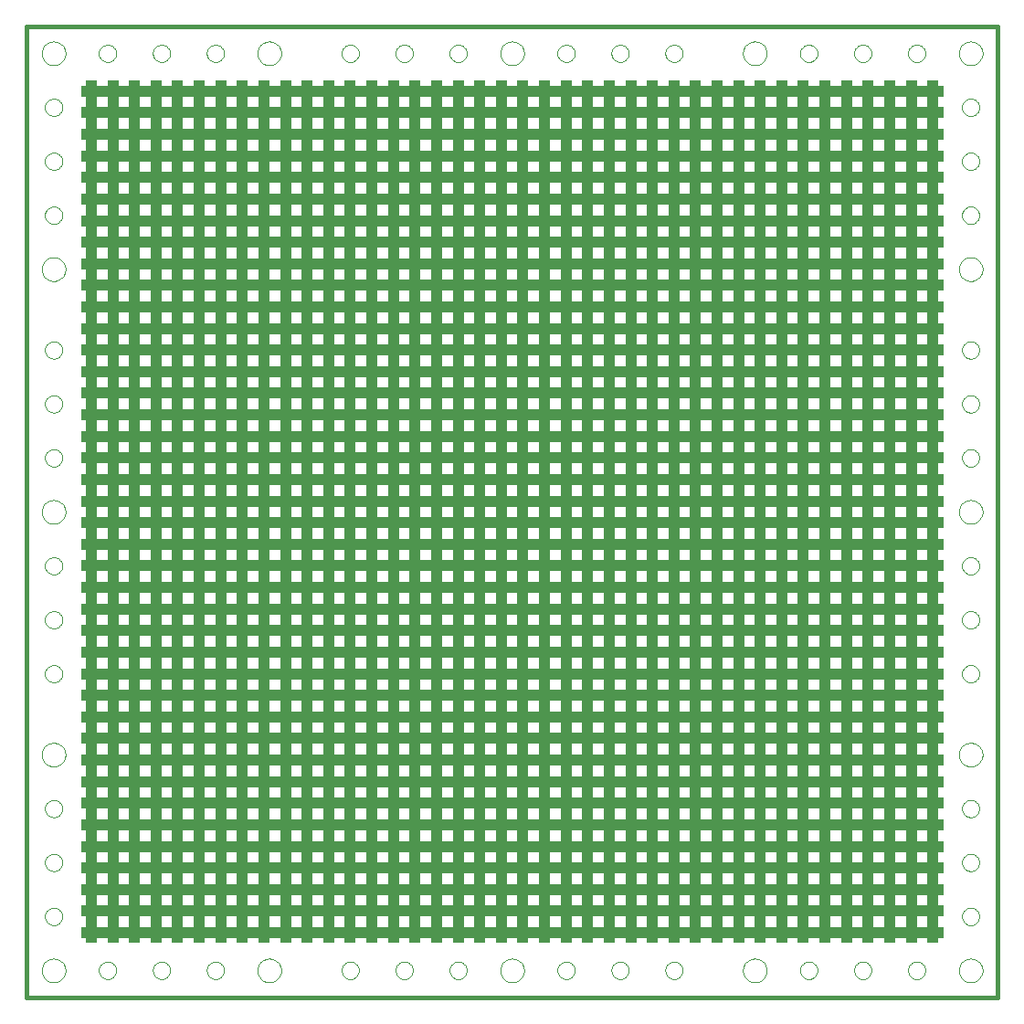
<source format=gtl>
G75*
G70*
%OFA0B0*%
%FSLAX24Y24*%
%IPPOS*%
%LPD*%
%AMOC8*
5,1,8,0,0,1.08239X$1,22.5*
%
%ADD10C,0.0160*%
%ADD11C,0.0000*%
%ADD12R,3.1496X0.0394*%
%ADD13R,0.0394X3.1496*%
D10*
X000180Y000180D02*
X000180Y035613D01*
X035613Y035613D01*
X035613Y000180D01*
X000180Y000180D01*
D11*
X000731Y001164D02*
X000733Y001205D01*
X000739Y001246D01*
X000749Y001286D01*
X000762Y001325D01*
X000779Y001362D01*
X000800Y001398D01*
X000824Y001432D01*
X000851Y001463D01*
X000880Y001491D01*
X000913Y001517D01*
X000947Y001539D01*
X000984Y001558D01*
X001022Y001573D01*
X001062Y001585D01*
X001102Y001593D01*
X001143Y001597D01*
X001185Y001597D01*
X001226Y001593D01*
X001266Y001585D01*
X001306Y001573D01*
X001344Y001558D01*
X001380Y001539D01*
X001415Y001517D01*
X001448Y001491D01*
X001477Y001463D01*
X001504Y001432D01*
X001528Y001398D01*
X001549Y001362D01*
X001566Y001325D01*
X001579Y001286D01*
X001589Y001246D01*
X001595Y001205D01*
X001597Y001164D01*
X001595Y001123D01*
X001589Y001082D01*
X001579Y001042D01*
X001566Y001003D01*
X001549Y000966D01*
X001528Y000930D01*
X001504Y000896D01*
X001477Y000865D01*
X001448Y000837D01*
X001415Y000811D01*
X001381Y000789D01*
X001344Y000770D01*
X001306Y000755D01*
X001266Y000743D01*
X001226Y000735D01*
X001185Y000731D01*
X001143Y000731D01*
X001102Y000735D01*
X001062Y000743D01*
X001022Y000755D01*
X000984Y000770D01*
X000948Y000789D01*
X000913Y000811D01*
X000880Y000837D01*
X000851Y000865D01*
X000824Y000896D01*
X000800Y000930D01*
X000779Y000966D01*
X000762Y001003D01*
X000749Y001042D01*
X000739Y001082D01*
X000733Y001123D01*
X000731Y001164D01*
X000849Y003133D02*
X000851Y003168D01*
X000857Y003203D01*
X000867Y003237D01*
X000880Y003270D01*
X000897Y003301D01*
X000918Y003329D01*
X000941Y003356D01*
X000968Y003379D01*
X000996Y003400D01*
X001027Y003417D01*
X001060Y003430D01*
X001094Y003440D01*
X001129Y003446D01*
X001164Y003448D01*
X001199Y003446D01*
X001234Y003440D01*
X001268Y003430D01*
X001301Y003417D01*
X001332Y003400D01*
X001360Y003379D01*
X001387Y003356D01*
X001410Y003329D01*
X001431Y003301D01*
X001448Y003270D01*
X001461Y003237D01*
X001471Y003203D01*
X001477Y003168D01*
X001479Y003133D01*
X001477Y003098D01*
X001471Y003063D01*
X001461Y003029D01*
X001448Y002996D01*
X001431Y002965D01*
X001410Y002937D01*
X001387Y002910D01*
X001360Y002887D01*
X001332Y002866D01*
X001301Y002849D01*
X001268Y002836D01*
X001234Y002826D01*
X001199Y002820D01*
X001164Y002818D01*
X001129Y002820D01*
X001094Y002826D01*
X001060Y002836D01*
X001027Y002849D01*
X000996Y002866D01*
X000968Y002887D01*
X000941Y002910D01*
X000918Y002937D01*
X000897Y002965D01*
X000880Y002996D01*
X000867Y003029D01*
X000857Y003063D01*
X000851Y003098D01*
X000849Y003133D01*
X000849Y005101D02*
X000851Y005136D01*
X000857Y005171D01*
X000867Y005205D01*
X000880Y005238D01*
X000897Y005269D01*
X000918Y005297D01*
X000941Y005324D01*
X000968Y005347D01*
X000996Y005368D01*
X001027Y005385D01*
X001060Y005398D01*
X001094Y005408D01*
X001129Y005414D01*
X001164Y005416D01*
X001199Y005414D01*
X001234Y005408D01*
X001268Y005398D01*
X001301Y005385D01*
X001332Y005368D01*
X001360Y005347D01*
X001387Y005324D01*
X001410Y005297D01*
X001431Y005269D01*
X001448Y005238D01*
X001461Y005205D01*
X001471Y005171D01*
X001477Y005136D01*
X001479Y005101D01*
X001477Y005066D01*
X001471Y005031D01*
X001461Y004997D01*
X001448Y004964D01*
X001431Y004933D01*
X001410Y004905D01*
X001387Y004878D01*
X001360Y004855D01*
X001332Y004834D01*
X001301Y004817D01*
X001268Y004804D01*
X001234Y004794D01*
X001199Y004788D01*
X001164Y004786D01*
X001129Y004788D01*
X001094Y004794D01*
X001060Y004804D01*
X001027Y004817D01*
X000996Y004834D01*
X000968Y004855D01*
X000941Y004878D01*
X000918Y004905D01*
X000897Y004933D01*
X000880Y004964D01*
X000867Y004997D01*
X000857Y005031D01*
X000851Y005066D01*
X000849Y005101D01*
X000849Y007070D02*
X000851Y007105D01*
X000857Y007140D01*
X000867Y007174D01*
X000880Y007207D01*
X000897Y007238D01*
X000918Y007266D01*
X000941Y007293D01*
X000968Y007316D01*
X000996Y007337D01*
X001027Y007354D01*
X001060Y007367D01*
X001094Y007377D01*
X001129Y007383D01*
X001164Y007385D01*
X001199Y007383D01*
X001234Y007377D01*
X001268Y007367D01*
X001301Y007354D01*
X001332Y007337D01*
X001360Y007316D01*
X001387Y007293D01*
X001410Y007266D01*
X001431Y007238D01*
X001448Y007207D01*
X001461Y007174D01*
X001471Y007140D01*
X001477Y007105D01*
X001479Y007070D01*
X001477Y007035D01*
X001471Y007000D01*
X001461Y006966D01*
X001448Y006933D01*
X001431Y006902D01*
X001410Y006874D01*
X001387Y006847D01*
X001360Y006824D01*
X001332Y006803D01*
X001301Y006786D01*
X001268Y006773D01*
X001234Y006763D01*
X001199Y006757D01*
X001164Y006755D01*
X001129Y006757D01*
X001094Y006763D01*
X001060Y006773D01*
X001027Y006786D01*
X000996Y006803D01*
X000968Y006824D01*
X000941Y006847D01*
X000918Y006874D01*
X000897Y006902D01*
X000880Y006933D01*
X000867Y006966D01*
X000857Y007000D01*
X000851Y007035D01*
X000849Y007070D01*
X000731Y009038D02*
X000733Y009079D01*
X000739Y009120D01*
X000749Y009160D01*
X000762Y009199D01*
X000779Y009236D01*
X000800Y009272D01*
X000824Y009306D01*
X000851Y009337D01*
X000880Y009365D01*
X000913Y009391D01*
X000947Y009413D01*
X000984Y009432D01*
X001022Y009447D01*
X001062Y009459D01*
X001102Y009467D01*
X001143Y009471D01*
X001185Y009471D01*
X001226Y009467D01*
X001266Y009459D01*
X001306Y009447D01*
X001344Y009432D01*
X001380Y009413D01*
X001415Y009391D01*
X001448Y009365D01*
X001477Y009337D01*
X001504Y009306D01*
X001528Y009272D01*
X001549Y009236D01*
X001566Y009199D01*
X001579Y009160D01*
X001589Y009120D01*
X001595Y009079D01*
X001597Y009038D01*
X001595Y008997D01*
X001589Y008956D01*
X001579Y008916D01*
X001566Y008877D01*
X001549Y008840D01*
X001528Y008804D01*
X001504Y008770D01*
X001477Y008739D01*
X001448Y008711D01*
X001415Y008685D01*
X001381Y008663D01*
X001344Y008644D01*
X001306Y008629D01*
X001266Y008617D01*
X001226Y008609D01*
X001185Y008605D01*
X001143Y008605D01*
X001102Y008609D01*
X001062Y008617D01*
X001022Y008629D01*
X000984Y008644D01*
X000948Y008663D01*
X000913Y008685D01*
X000880Y008711D01*
X000851Y008739D01*
X000824Y008770D01*
X000800Y008804D01*
X000779Y008840D01*
X000762Y008877D01*
X000749Y008916D01*
X000739Y008956D01*
X000733Y008997D01*
X000731Y009038D01*
X000849Y011991D02*
X000851Y012026D01*
X000857Y012061D01*
X000867Y012095D01*
X000880Y012128D01*
X000897Y012159D01*
X000918Y012187D01*
X000941Y012214D01*
X000968Y012237D01*
X000996Y012258D01*
X001027Y012275D01*
X001060Y012288D01*
X001094Y012298D01*
X001129Y012304D01*
X001164Y012306D01*
X001199Y012304D01*
X001234Y012298D01*
X001268Y012288D01*
X001301Y012275D01*
X001332Y012258D01*
X001360Y012237D01*
X001387Y012214D01*
X001410Y012187D01*
X001431Y012159D01*
X001448Y012128D01*
X001461Y012095D01*
X001471Y012061D01*
X001477Y012026D01*
X001479Y011991D01*
X001477Y011956D01*
X001471Y011921D01*
X001461Y011887D01*
X001448Y011854D01*
X001431Y011823D01*
X001410Y011795D01*
X001387Y011768D01*
X001360Y011745D01*
X001332Y011724D01*
X001301Y011707D01*
X001268Y011694D01*
X001234Y011684D01*
X001199Y011678D01*
X001164Y011676D01*
X001129Y011678D01*
X001094Y011684D01*
X001060Y011694D01*
X001027Y011707D01*
X000996Y011724D01*
X000968Y011745D01*
X000941Y011768D01*
X000918Y011795D01*
X000897Y011823D01*
X000880Y011854D01*
X000867Y011887D01*
X000857Y011921D01*
X000851Y011956D01*
X000849Y011991D01*
X000849Y013960D02*
X000851Y013995D01*
X000857Y014030D01*
X000867Y014064D01*
X000880Y014097D01*
X000897Y014128D01*
X000918Y014156D01*
X000941Y014183D01*
X000968Y014206D01*
X000996Y014227D01*
X001027Y014244D01*
X001060Y014257D01*
X001094Y014267D01*
X001129Y014273D01*
X001164Y014275D01*
X001199Y014273D01*
X001234Y014267D01*
X001268Y014257D01*
X001301Y014244D01*
X001332Y014227D01*
X001360Y014206D01*
X001387Y014183D01*
X001410Y014156D01*
X001431Y014128D01*
X001448Y014097D01*
X001461Y014064D01*
X001471Y014030D01*
X001477Y013995D01*
X001479Y013960D01*
X001477Y013925D01*
X001471Y013890D01*
X001461Y013856D01*
X001448Y013823D01*
X001431Y013792D01*
X001410Y013764D01*
X001387Y013737D01*
X001360Y013714D01*
X001332Y013693D01*
X001301Y013676D01*
X001268Y013663D01*
X001234Y013653D01*
X001199Y013647D01*
X001164Y013645D01*
X001129Y013647D01*
X001094Y013653D01*
X001060Y013663D01*
X001027Y013676D01*
X000996Y013693D01*
X000968Y013714D01*
X000941Y013737D01*
X000918Y013764D01*
X000897Y013792D01*
X000880Y013823D01*
X000867Y013856D01*
X000857Y013890D01*
X000851Y013925D01*
X000849Y013960D01*
X000849Y015928D02*
X000851Y015963D01*
X000857Y015998D01*
X000867Y016032D01*
X000880Y016065D01*
X000897Y016096D01*
X000918Y016124D01*
X000941Y016151D01*
X000968Y016174D01*
X000996Y016195D01*
X001027Y016212D01*
X001060Y016225D01*
X001094Y016235D01*
X001129Y016241D01*
X001164Y016243D01*
X001199Y016241D01*
X001234Y016235D01*
X001268Y016225D01*
X001301Y016212D01*
X001332Y016195D01*
X001360Y016174D01*
X001387Y016151D01*
X001410Y016124D01*
X001431Y016096D01*
X001448Y016065D01*
X001461Y016032D01*
X001471Y015998D01*
X001477Y015963D01*
X001479Y015928D01*
X001477Y015893D01*
X001471Y015858D01*
X001461Y015824D01*
X001448Y015791D01*
X001431Y015760D01*
X001410Y015732D01*
X001387Y015705D01*
X001360Y015682D01*
X001332Y015661D01*
X001301Y015644D01*
X001268Y015631D01*
X001234Y015621D01*
X001199Y015615D01*
X001164Y015613D01*
X001129Y015615D01*
X001094Y015621D01*
X001060Y015631D01*
X001027Y015644D01*
X000996Y015661D01*
X000968Y015682D01*
X000941Y015705D01*
X000918Y015732D01*
X000897Y015760D01*
X000880Y015791D01*
X000867Y015824D01*
X000857Y015858D01*
X000851Y015893D01*
X000849Y015928D01*
X000731Y017897D02*
X000733Y017938D01*
X000739Y017979D01*
X000749Y018019D01*
X000762Y018058D01*
X000779Y018095D01*
X000800Y018131D01*
X000824Y018165D01*
X000851Y018196D01*
X000880Y018224D01*
X000913Y018250D01*
X000947Y018272D01*
X000984Y018291D01*
X001022Y018306D01*
X001062Y018318D01*
X001102Y018326D01*
X001143Y018330D01*
X001185Y018330D01*
X001226Y018326D01*
X001266Y018318D01*
X001306Y018306D01*
X001344Y018291D01*
X001380Y018272D01*
X001415Y018250D01*
X001448Y018224D01*
X001477Y018196D01*
X001504Y018165D01*
X001528Y018131D01*
X001549Y018095D01*
X001566Y018058D01*
X001579Y018019D01*
X001589Y017979D01*
X001595Y017938D01*
X001597Y017897D01*
X001595Y017856D01*
X001589Y017815D01*
X001579Y017775D01*
X001566Y017736D01*
X001549Y017699D01*
X001528Y017663D01*
X001504Y017629D01*
X001477Y017598D01*
X001448Y017570D01*
X001415Y017544D01*
X001381Y017522D01*
X001344Y017503D01*
X001306Y017488D01*
X001266Y017476D01*
X001226Y017468D01*
X001185Y017464D01*
X001143Y017464D01*
X001102Y017468D01*
X001062Y017476D01*
X001022Y017488D01*
X000984Y017503D01*
X000948Y017522D01*
X000913Y017544D01*
X000880Y017570D01*
X000851Y017598D01*
X000824Y017629D01*
X000800Y017663D01*
X000779Y017699D01*
X000762Y017736D01*
X000749Y017775D01*
X000739Y017815D01*
X000733Y017856D01*
X000731Y017897D01*
X000849Y019865D02*
X000851Y019900D01*
X000857Y019935D01*
X000867Y019969D01*
X000880Y020002D01*
X000897Y020033D01*
X000918Y020061D01*
X000941Y020088D01*
X000968Y020111D01*
X000996Y020132D01*
X001027Y020149D01*
X001060Y020162D01*
X001094Y020172D01*
X001129Y020178D01*
X001164Y020180D01*
X001199Y020178D01*
X001234Y020172D01*
X001268Y020162D01*
X001301Y020149D01*
X001332Y020132D01*
X001360Y020111D01*
X001387Y020088D01*
X001410Y020061D01*
X001431Y020033D01*
X001448Y020002D01*
X001461Y019969D01*
X001471Y019935D01*
X001477Y019900D01*
X001479Y019865D01*
X001477Y019830D01*
X001471Y019795D01*
X001461Y019761D01*
X001448Y019728D01*
X001431Y019697D01*
X001410Y019669D01*
X001387Y019642D01*
X001360Y019619D01*
X001332Y019598D01*
X001301Y019581D01*
X001268Y019568D01*
X001234Y019558D01*
X001199Y019552D01*
X001164Y019550D01*
X001129Y019552D01*
X001094Y019558D01*
X001060Y019568D01*
X001027Y019581D01*
X000996Y019598D01*
X000968Y019619D01*
X000941Y019642D01*
X000918Y019669D01*
X000897Y019697D01*
X000880Y019728D01*
X000867Y019761D01*
X000857Y019795D01*
X000851Y019830D01*
X000849Y019865D01*
X000849Y021834D02*
X000851Y021869D01*
X000857Y021904D01*
X000867Y021938D01*
X000880Y021971D01*
X000897Y022002D01*
X000918Y022030D01*
X000941Y022057D01*
X000968Y022080D01*
X000996Y022101D01*
X001027Y022118D01*
X001060Y022131D01*
X001094Y022141D01*
X001129Y022147D01*
X001164Y022149D01*
X001199Y022147D01*
X001234Y022141D01*
X001268Y022131D01*
X001301Y022118D01*
X001332Y022101D01*
X001360Y022080D01*
X001387Y022057D01*
X001410Y022030D01*
X001431Y022002D01*
X001448Y021971D01*
X001461Y021938D01*
X001471Y021904D01*
X001477Y021869D01*
X001479Y021834D01*
X001477Y021799D01*
X001471Y021764D01*
X001461Y021730D01*
X001448Y021697D01*
X001431Y021666D01*
X001410Y021638D01*
X001387Y021611D01*
X001360Y021588D01*
X001332Y021567D01*
X001301Y021550D01*
X001268Y021537D01*
X001234Y021527D01*
X001199Y021521D01*
X001164Y021519D01*
X001129Y021521D01*
X001094Y021527D01*
X001060Y021537D01*
X001027Y021550D01*
X000996Y021567D01*
X000968Y021588D01*
X000941Y021611D01*
X000918Y021638D01*
X000897Y021666D01*
X000880Y021697D01*
X000867Y021730D01*
X000857Y021764D01*
X000851Y021799D01*
X000849Y021834D01*
X000849Y023802D02*
X000851Y023837D01*
X000857Y023872D01*
X000867Y023906D01*
X000880Y023939D01*
X000897Y023970D01*
X000918Y023998D01*
X000941Y024025D01*
X000968Y024048D01*
X000996Y024069D01*
X001027Y024086D01*
X001060Y024099D01*
X001094Y024109D01*
X001129Y024115D01*
X001164Y024117D01*
X001199Y024115D01*
X001234Y024109D01*
X001268Y024099D01*
X001301Y024086D01*
X001332Y024069D01*
X001360Y024048D01*
X001387Y024025D01*
X001410Y023998D01*
X001431Y023970D01*
X001448Y023939D01*
X001461Y023906D01*
X001471Y023872D01*
X001477Y023837D01*
X001479Y023802D01*
X001477Y023767D01*
X001471Y023732D01*
X001461Y023698D01*
X001448Y023665D01*
X001431Y023634D01*
X001410Y023606D01*
X001387Y023579D01*
X001360Y023556D01*
X001332Y023535D01*
X001301Y023518D01*
X001268Y023505D01*
X001234Y023495D01*
X001199Y023489D01*
X001164Y023487D01*
X001129Y023489D01*
X001094Y023495D01*
X001060Y023505D01*
X001027Y023518D01*
X000996Y023535D01*
X000968Y023556D01*
X000941Y023579D01*
X000918Y023606D01*
X000897Y023634D01*
X000880Y023665D01*
X000867Y023698D01*
X000857Y023732D01*
X000851Y023767D01*
X000849Y023802D01*
X000731Y026755D02*
X000733Y026796D01*
X000739Y026837D01*
X000749Y026877D01*
X000762Y026916D01*
X000779Y026953D01*
X000800Y026989D01*
X000824Y027023D01*
X000851Y027054D01*
X000880Y027082D01*
X000913Y027108D01*
X000947Y027130D01*
X000984Y027149D01*
X001022Y027164D01*
X001062Y027176D01*
X001102Y027184D01*
X001143Y027188D01*
X001185Y027188D01*
X001226Y027184D01*
X001266Y027176D01*
X001306Y027164D01*
X001344Y027149D01*
X001380Y027130D01*
X001415Y027108D01*
X001448Y027082D01*
X001477Y027054D01*
X001504Y027023D01*
X001528Y026989D01*
X001549Y026953D01*
X001566Y026916D01*
X001579Y026877D01*
X001589Y026837D01*
X001595Y026796D01*
X001597Y026755D01*
X001595Y026714D01*
X001589Y026673D01*
X001579Y026633D01*
X001566Y026594D01*
X001549Y026557D01*
X001528Y026521D01*
X001504Y026487D01*
X001477Y026456D01*
X001448Y026428D01*
X001415Y026402D01*
X001381Y026380D01*
X001344Y026361D01*
X001306Y026346D01*
X001266Y026334D01*
X001226Y026326D01*
X001185Y026322D01*
X001143Y026322D01*
X001102Y026326D01*
X001062Y026334D01*
X001022Y026346D01*
X000984Y026361D01*
X000948Y026380D01*
X000913Y026402D01*
X000880Y026428D01*
X000851Y026456D01*
X000824Y026487D01*
X000800Y026521D01*
X000779Y026557D01*
X000762Y026594D01*
X000749Y026633D01*
X000739Y026673D01*
X000733Y026714D01*
X000731Y026755D01*
X000849Y028723D02*
X000851Y028758D01*
X000857Y028793D01*
X000867Y028827D01*
X000880Y028860D01*
X000897Y028891D01*
X000918Y028919D01*
X000941Y028946D01*
X000968Y028969D01*
X000996Y028990D01*
X001027Y029007D01*
X001060Y029020D01*
X001094Y029030D01*
X001129Y029036D01*
X001164Y029038D01*
X001199Y029036D01*
X001234Y029030D01*
X001268Y029020D01*
X001301Y029007D01*
X001332Y028990D01*
X001360Y028969D01*
X001387Y028946D01*
X001410Y028919D01*
X001431Y028891D01*
X001448Y028860D01*
X001461Y028827D01*
X001471Y028793D01*
X001477Y028758D01*
X001479Y028723D01*
X001477Y028688D01*
X001471Y028653D01*
X001461Y028619D01*
X001448Y028586D01*
X001431Y028555D01*
X001410Y028527D01*
X001387Y028500D01*
X001360Y028477D01*
X001332Y028456D01*
X001301Y028439D01*
X001268Y028426D01*
X001234Y028416D01*
X001199Y028410D01*
X001164Y028408D01*
X001129Y028410D01*
X001094Y028416D01*
X001060Y028426D01*
X001027Y028439D01*
X000996Y028456D01*
X000968Y028477D01*
X000941Y028500D01*
X000918Y028527D01*
X000897Y028555D01*
X000880Y028586D01*
X000867Y028619D01*
X000857Y028653D01*
X000851Y028688D01*
X000849Y028723D01*
X000849Y030692D02*
X000851Y030727D01*
X000857Y030762D01*
X000867Y030796D01*
X000880Y030829D01*
X000897Y030860D01*
X000918Y030888D01*
X000941Y030915D01*
X000968Y030938D01*
X000996Y030959D01*
X001027Y030976D01*
X001060Y030989D01*
X001094Y030999D01*
X001129Y031005D01*
X001164Y031007D01*
X001199Y031005D01*
X001234Y030999D01*
X001268Y030989D01*
X001301Y030976D01*
X001332Y030959D01*
X001360Y030938D01*
X001387Y030915D01*
X001410Y030888D01*
X001431Y030860D01*
X001448Y030829D01*
X001461Y030796D01*
X001471Y030762D01*
X001477Y030727D01*
X001479Y030692D01*
X001477Y030657D01*
X001471Y030622D01*
X001461Y030588D01*
X001448Y030555D01*
X001431Y030524D01*
X001410Y030496D01*
X001387Y030469D01*
X001360Y030446D01*
X001332Y030425D01*
X001301Y030408D01*
X001268Y030395D01*
X001234Y030385D01*
X001199Y030379D01*
X001164Y030377D01*
X001129Y030379D01*
X001094Y030385D01*
X001060Y030395D01*
X001027Y030408D01*
X000996Y030425D01*
X000968Y030446D01*
X000941Y030469D01*
X000918Y030496D01*
X000897Y030524D01*
X000880Y030555D01*
X000867Y030588D01*
X000857Y030622D01*
X000851Y030657D01*
X000849Y030692D01*
X000849Y032660D02*
X000851Y032695D01*
X000857Y032730D01*
X000867Y032764D01*
X000880Y032797D01*
X000897Y032828D01*
X000918Y032856D01*
X000941Y032883D01*
X000968Y032906D01*
X000996Y032927D01*
X001027Y032944D01*
X001060Y032957D01*
X001094Y032967D01*
X001129Y032973D01*
X001164Y032975D01*
X001199Y032973D01*
X001234Y032967D01*
X001268Y032957D01*
X001301Y032944D01*
X001332Y032927D01*
X001360Y032906D01*
X001387Y032883D01*
X001410Y032856D01*
X001431Y032828D01*
X001448Y032797D01*
X001461Y032764D01*
X001471Y032730D01*
X001477Y032695D01*
X001479Y032660D01*
X001477Y032625D01*
X001471Y032590D01*
X001461Y032556D01*
X001448Y032523D01*
X001431Y032492D01*
X001410Y032464D01*
X001387Y032437D01*
X001360Y032414D01*
X001332Y032393D01*
X001301Y032376D01*
X001268Y032363D01*
X001234Y032353D01*
X001199Y032347D01*
X001164Y032345D01*
X001129Y032347D01*
X001094Y032353D01*
X001060Y032363D01*
X001027Y032376D01*
X000996Y032393D01*
X000968Y032414D01*
X000941Y032437D01*
X000918Y032464D01*
X000897Y032492D01*
X000880Y032523D01*
X000867Y032556D01*
X000857Y032590D01*
X000851Y032625D01*
X000849Y032660D01*
X000731Y034629D02*
X000733Y034670D01*
X000739Y034711D01*
X000749Y034751D01*
X000762Y034790D01*
X000779Y034827D01*
X000800Y034863D01*
X000824Y034897D01*
X000851Y034928D01*
X000880Y034956D01*
X000913Y034982D01*
X000947Y035004D01*
X000984Y035023D01*
X001022Y035038D01*
X001062Y035050D01*
X001102Y035058D01*
X001143Y035062D01*
X001185Y035062D01*
X001226Y035058D01*
X001266Y035050D01*
X001306Y035038D01*
X001344Y035023D01*
X001380Y035004D01*
X001415Y034982D01*
X001448Y034956D01*
X001477Y034928D01*
X001504Y034897D01*
X001528Y034863D01*
X001549Y034827D01*
X001566Y034790D01*
X001579Y034751D01*
X001589Y034711D01*
X001595Y034670D01*
X001597Y034629D01*
X001595Y034588D01*
X001589Y034547D01*
X001579Y034507D01*
X001566Y034468D01*
X001549Y034431D01*
X001528Y034395D01*
X001504Y034361D01*
X001477Y034330D01*
X001448Y034302D01*
X001415Y034276D01*
X001381Y034254D01*
X001344Y034235D01*
X001306Y034220D01*
X001266Y034208D01*
X001226Y034200D01*
X001185Y034196D01*
X001143Y034196D01*
X001102Y034200D01*
X001062Y034208D01*
X001022Y034220D01*
X000984Y034235D01*
X000948Y034254D01*
X000913Y034276D01*
X000880Y034302D01*
X000851Y034330D01*
X000824Y034361D01*
X000800Y034395D01*
X000779Y034431D01*
X000762Y034468D01*
X000749Y034507D01*
X000739Y034547D01*
X000733Y034588D01*
X000731Y034629D01*
X002818Y034629D02*
X002820Y034664D01*
X002826Y034699D01*
X002836Y034733D01*
X002849Y034766D01*
X002866Y034797D01*
X002887Y034825D01*
X002910Y034852D01*
X002937Y034875D01*
X002965Y034896D01*
X002996Y034913D01*
X003029Y034926D01*
X003063Y034936D01*
X003098Y034942D01*
X003133Y034944D01*
X003168Y034942D01*
X003203Y034936D01*
X003237Y034926D01*
X003270Y034913D01*
X003301Y034896D01*
X003329Y034875D01*
X003356Y034852D01*
X003379Y034825D01*
X003400Y034797D01*
X003417Y034766D01*
X003430Y034733D01*
X003440Y034699D01*
X003446Y034664D01*
X003448Y034629D01*
X003446Y034594D01*
X003440Y034559D01*
X003430Y034525D01*
X003417Y034492D01*
X003400Y034461D01*
X003379Y034433D01*
X003356Y034406D01*
X003329Y034383D01*
X003301Y034362D01*
X003270Y034345D01*
X003237Y034332D01*
X003203Y034322D01*
X003168Y034316D01*
X003133Y034314D01*
X003098Y034316D01*
X003063Y034322D01*
X003029Y034332D01*
X002996Y034345D01*
X002965Y034362D01*
X002937Y034383D01*
X002910Y034406D01*
X002887Y034433D01*
X002866Y034461D01*
X002849Y034492D01*
X002836Y034525D01*
X002826Y034559D01*
X002820Y034594D01*
X002818Y034629D01*
X004786Y034629D02*
X004788Y034664D01*
X004794Y034699D01*
X004804Y034733D01*
X004817Y034766D01*
X004834Y034797D01*
X004855Y034825D01*
X004878Y034852D01*
X004905Y034875D01*
X004933Y034896D01*
X004964Y034913D01*
X004997Y034926D01*
X005031Y034936D01*
X005066Y034942D01*
X005101Y034944D01*
X005136Y034942D01*
X005171Y034936D01*
X005205Y034926D01*
X005238Y034913D01*
X005269Y034896D01*
X005297Y034875D01*
X005324Y034852D01*
X005347Y034825D01*
X005368Y034797D01*
X005385Y034766D01*
X005398Y034733D01*
X005408Y034699D01*
X005414Y034664D01*
X005416Y034629D01*
X005414Y034594D01*
X005408Y034559D01*
X005398Y034525D01*
X005385Y034492D01*
X005368Y034461D01*
X005347Y034433D01*
X005324Y034406D01*
X005297Y034383D01*
X005269Y034362D01*
X005238Y034345D01*
X005205Y034332D01*
X005171Y034322D01*
X005136Y034316D01*
X005101Y034314D01*
X005066Y034316D01*
X005031Y034322D01*
X004997Y034332D01*
X004964Y034345D01*
X004933Y034362D01*
X004905Y034383D01*
X004878Y034406D01*
X004855Y034433D01*
X004834Y034461D01*
X004817Y034492D01*
X004804Y034525D01*
X004794Y034559D01*
X004788Y034594D01*
X004786Y034629D01*
X006755Y034629D02*
X006757Y034664D01*
X006763Y034699D01*
X006773Y034733D01*
X006786Y034766D01*
X006803Y034797D01*
X006824Y034825D01*
X006847Y034852D01*
X006874Y034875D01*
X006902Y034896D01*
X006933Y034913D01*
X006966Y034926D01*
X007000Y034936D01*
X007035Y034942D01*
X007070Y034944D01*
X007105Y034942D01*
X007140Y034936D01*
X007174Y034926D01*
X007207Y034913D01*
X007238Y034896D01*
X007266Y034875D01*
X007293Y034852D01*
X007316Y034825D01*
X007337Y034797D01*
X007354Y034766D01*
X007367Y034733D01*
X007377Y034699D01*
X007383Y034664D01*
X007385Y034629D01*
X007383Y034594D01*
X007377Y034559D01*
X007367Y034525D01*
X007354Y034492D01*
X007337Y034461D01*
X007316Y034433D01*
X007293Y034406D01*
X007266Y034383D01*
X007238Y034362D01*
X007207Y034345D01*
X007174Y034332D01*
X007140Y034322D01*
X007105Y034316D01*
X007070Y034314D01*
X007035Y034316D01*
X007000Y034322D01*
X006966Y034332D01*
X006933Y034345D01*
X006902Y034362D01*
X006874Y034383D01*
X006847Y034406D01*
X006824Y034433D01*
X006803Y034461D01*
X006786Y034492D01*
X006773Y034525D01*
X006763Y034559D01*
X006757Y034594D01*
X006755Y034629D01*
X008605Y034629D02*
X008607Y034670D01*
X008613Y034711D01*
X008623Y034751D01*
X008636Y034790D01*
X008653Y034827D01*
X008674Y034863D01*
X008698Y034897D01*
X008725Y034928D01*
X008754Y034956D01*
X008787Y034982D01*
X008821Y035004D01*
X008858Y035023D01*
X008896Y035038D01*
X008936Y035050D01*
X008976Y035058D01*
X009017Y035062D01*
X009059Y035062D01*
X009100Y035058D01*
X009140Y035050D01*
X009180Y035038D01*
X009218Y035023D01*
X009254Y035004D01*
X009289Y034982D01*
X009322Y034956D01*
X009351Y034928D01*
X009378Y034897D01*
X009402Y034863D01*
X009423Y034827D01*
X009440Y034790D01*
X009453Y034751D01*
X009463Y034711D01*
X009469Y034670D01*
X009471Y034629D01*
X009469Y034588D01*
X009463Y034547D01*
X009453Y034507D01*
X009440Y034468D01*
X009423Y034431D01*
X009402Y034395D01*
X009378Y034361D01*
X009351Y034330D01*
X009322Y034302D01*
X009289Y034276D01*
X009255Y034254D01*
X009218Y034235D01*
X009180Y034220D01*
X009140Y034208D01*
X009100Y034200D01*
X009059Y034196D01*
X009017Y034196D01*
X008976Y034200D01*
X008936Y034208D01*
X008896Y034220D01*
X008858Y034235D01*
X008822Y034254D01*
X008787Y034276D01*
X008754Y034302D01*
X008725Y034330D01*
X008698Y034361D01*
X008674Y034395D01*
X008653Y034431D01*
X008636Y034468D01*
X008623Y034507D01*
X008613Y034547D01*
X008607Y034588D01*
X008605Y034629D01*
X011676Y034629D02*
X011678Y034664D01*
X011684Y034699D01*
X011694Y034733D01*
X011707Y034766D01*
X011724Y034797D01*
X011745Y034825D01*
X011768Y034852D01*
X011795Y034875D01*
X011823Y034896D01*
X011854Y034913D01*
X011887Y034926D01*
X011921Y034936D01*
X011956Y034942D01*
X011991Y034944D01*
X012026Y034942D01*
X012061Y034936D01*
X012095Y034926D01*
X012128Y034913D01*
X012159Y034896D01*
X012187Y034875D01*
X012214Y034852D01*
X012237Y034825D01*
X012258Y034797D01*
X012275Y034766D01*
X012288Y034733D01*
X012298Y034699D01*
X012304Y034664D01*
X012306Y034629D01*
X012304Y034594D01*
X012298Y034559D01*
X012288Y034525D01*
X012275Y034492D01*
X012258Y034461D01*
X012237Y034433D01*
X012214Y034406D01*
X012187Y034383D01*
X012159Y034362D01*
X012128Y034345D01*
X012095Y034332D01*
X012061Y034322D01*
X012026Y034316D01*
X011991Y034314D01*
X011956Y034316D01*
X011921Y034322D01*
X011887Y034332D01*
X011854Y034345D01*
X011823Y034362D01*
X011795Y034383D01*
X011768Y034406D01*
X011745Y034433D01*
X011724Y034461D01*
X011707Y034492D01*
X011694Y034525D01*
X011684Y034559D01*
X011678Y034594D01*
X011676Y034629D01*
X013645Y034629D02*
X013647Y034664D01*
X013653Y034699D01*
X013663Y034733D01*
X013676Y034766D01*
X013693Y034797D01*
X013714Y034825D01*
X013737Y034852D01*
X013764Y034875D01*
X013792Y034896D01*
X013823Y034913D01*
X013856Y034926D01*
X013890Y034936D01*
X013925Y034942D01*
X013960Y034944D01*
X013995Y034942D01*
X014030Y034936D01*
X014064Y034926D01*
X014097Y034913D01*
X014128Y034896D01*
X014156Y034875D01*
X014183Y034852D01*
X014206Y034825D01*
X014227Y034797D01*
X014244Y034766D01*
X014257Y034733D01*
X014267Y034699D01*
X014273Y034664D01*
X014275Y034629D01*
X014273Y034594D01*
X014267Y034559D01*
X014257Y034525D01*
X014244Y034492D01*
X014227Y034461D01*
X014206Y034433D01*
X014183Y034406D01*
X014156Y034383D01*
X014128Y034362D01*
X014097Y034345D01*
X014064Y034332D01*
X014030Y034322D01*
X013995Y034316D01*
X013960Y034314D01*
X013925Y034316D01*
X013890Y034322D01*
X013856Y034332D01*
X013823Y034345D01*
X013792Y034362D01*
X013764Y034383D01*
X013737Y034406D01*
X013714Y034433D01*
X013693Y034461D01*
X013676Y034492D01*
X013663Y034525D01*
X013653Y034559D01*
X013647Y034594D01*
X013645Y034629D01*
X015613Y034629D02*
X015615Y034664D01*
X015621Y034699D01*
X015631Y034733D01*
X015644Y034766D01*
X015661Y034797D01*
X015682Y034825D01*
X015705Y034852D01*
X015732Y034875D01*
X015760Y034896D01*
X015791Y034913D01*
X015824Y034926D01*
X015858Y034936D01*
X015893Y034942D01*
X015928Y034944D01*
X015963Y034942D01*
X015998Y034936D01*
X016032Y034926D01*
X016065Y034913D01*
X016096Y034896D01*
X016124Y034875D01*
X016151Y034852D01*
X016174Y034825D01*
X016195Y034797D01*
X016212Y034766D01*
X016225Y034733D01*
X016235Y034699D01*
X016241Y034664D01*
X016243Y034629D01*
X016241Y034594D01*
X016235Y034559D01*
X016225Y034525D01*
X016212Y034492D01*
X016195Y034461D01*
X016174Y034433D01*
X016151Y034406D01*
X016124Y034383D01*
X016096Y034362D01*
X016065Y034345D01*
X016032Y034332D01*
X015998Y034322D01*
X015963Y034316D01*
X015928Y034314D01*
X015893Y034316D01*
X015858Y034322D01*
X015824Y034332D01*
X015791Y034345D01*
X015760Y034362D01*
X015732Y034383D01*
X015705Y034406D01*
X015682Y034433D01*
X015661Y034461D01*
X015644Y034492D01*
X015631Y034525D01*
X015621Y034559D01*
X015615Y034594D01*
X015613Y034629D01*
X017464Y034629D02*
X017466Y034670D01*
X017472Y034711D01*
X017482Y034751D01*
X017495Y034790D01*
X017512Y034827D01*
X017533Y034863D01*
X017557Y034897D01*
X017584Y034928D01*
X017613Y034956D01*
X017646Y034982D01*
X017680Y035004D01*
X017717Y035023D01*
X017755Y035038D01*
X017795Y035050D01*
X017835Y035058D01*
X017876Y035062D01*
X017918Y035062D01*
X017959Y035058D01*
X017999Y035050D01*
X018039Y035038D01*
X018077Y035023D01*
X018113Y035004D01*
X018148Y034982D01*
X018181Y034956D01*
X018210Y034928D01*
X018237Y034897D01*
X018261Y034863D01*
X018282Y034827D01*
X018299Y034790D01*
X018312Y034751D01*
X018322Y034711D01*
X018328Y034670D01*
X018330Y034629D01*
X018328Y034588D01*
X018322Y034547D01*
X018312Y034507D01*
X018299Y034468D01*
X018282Y034431D01*
X018261Y034395D01*
X018237Y034361D01*
X018210Y034330D01*
X018181Y034302D01*
X018148Y034276D01*
X018114Y034254D01*
X018077Y034235D01*
X018039Y034220D01*
X017999Y034208D01*
X017959Y034200D01*
X017918Y034196D01*
X017876Y034196D01*
X017835Y034200D01*
X017795Y034208D01*
X017755Y034220D01*
X017717Y034235D01*
X017681Y034254D01*
X017646Y034276D01*
X017613Y034302D01*
X017584Y034330D01*
X017557Y034361D01*
X017533Y034395D01*
X017512Y034431D01*
X017495Y034468D01*
X017482Y034507D01*
X017472Y034547D01*
X017466Y034588D01*
X017464Y034629D01*
X019550Y034629D02*
X019552Y034664D01*
X019558Y034699D01*
X019568Y034733D01*
X019581Y034766D01*
X019598Y034797D01*
X019619Y034825D01*
X019642Y034852D01*
X019669Y034875D01*
X019697Y034896D01*
X019728Y034913D01*
X019761Y034926D01*
X019795Y034936D01*
X019830Y034942D01*
X019865Y034944D01*
X019900Y034942D01*
X019935Y034936D01*
X019969Y034926D01*
X020002Y034913D01*
X020033Y034896D01*
X020061Y034875D01*
X020088Y034852D01*
X020111Y034825D01*
X020132Y034797D01*
X020149Y034766D01*
X020162Y034733D01*
X020172Y034699D01*
X020178Y034664D01*
X020180Y034629D01*
X020178Y034594D01*
X020172Y034559D01*
X020162Y034525D01*
X020149Y034492D01*
X020132Y034461D01*
X020111Y034433D01*
X020088Y034406D01*
X020061Y034383D01*
X020033Y034362D01*
X020002Y034345D01*
X019969Y034332D01*
X019935Y034322D01*
X019900Y034316D01*
X019865Y034314D01*
X019830Y034316D01*
X019795Y034322D01*
X019761Y034332D01*
X019728Y034345D01*
X019697Y034362D01*
X019669Y034383D01*
X019642Y034406D01*
X019619Y034433D01*
X019598Y034461D01*
X019581Y034492D01*
X019568Y034525D01*
X019558Y034559D01*
X019552Y034594D01*
X019550Y034629D01*
X021519Y034629D02*
X021521Y034664D01*
X021527Y034699D01*
X021537Y034733D01*
X021550Y034766D01*
X021567Y034797D01*
X021588Y034825D01*
X021611Y034852D01*
X021638Y034875D01*
X021666Y034896D01*
X021697Y034913D01*
X021730Y034926D01*
X021764Y034936D01*
X021799Y034942D01*
X021834Y034944D01*
X021869Y034942D01*
X021904Y034936D01*
X021938Y034926D01*
X021971Y034913D01*
X022002Y034896D01*
X022030Y034875D01*
X022057Y034852D01*
X022080Y034825D01*
X022101Y034797D01*
X022118Y034766D01*
X022131Y034733D01*
X022141Y034699D01*
X022147Y034664D01*
X022149Y034629D01*
X022147Y034594D01*
X022141Y034559D01*
X022131Y034525D01*
X022118Y034492D01*
X022101Y034461D01*
X022080Y034433D01*
X022057Y034406D01*
X022030Y034383D01*
X022002Y034362D01*
X021971Y034345D01*
X021938Y034332D01*
X021904Y034322D01*
X021869Y034316D01*
X021834Y034314D01*
X021799Y034316D01*
X021764Y034322D01*
X021730Y034332D01*
X021697Y034345D01*
X021666Y034362D01*
X021638Y034383D01*
X021611Y034406D01*
X021588Y034433D01*
X021567Y034461D01*
X021550Y034492D01*
X021537Y034525D01*
X021527Y034559D01*
X021521Y034594D01*
X021519Y034629D01*
X023487Y034629D02*
X023489Y034664D01*
X023495Y034699D01*
X023505Y034733D01*
X023518Y034766D01*
X023535Y034797D01*
X023556Y034825D01*
X023579Y034852D01*
X023606Y034875D01*
X023634Y034896D01*
X023665Y034913D01*
X023698Y034926D01*
X023732Y034936D01*
X023767Y034942D01*
X023802Y034944D01*
X023837Y034942D01*
X023872Y034936D01*
X023906Y034926D01*
X023939Y034913D01*
X023970Y034896D01*
X023998Y034875D01*
X024025Y034852D01*
X024048Y034825D01*
X024069Y034797D01*
X024086Y034766D01*
X024099Y034733D01*
X024109Y034699D01*
X024115Y034664D01*
X024117Y034629D01*
X024115Y034594D01*
X024109Y034559D01*
X024099Y034525D01*
X024086Y034492D01*
X024069Y034461D01*
X024048Y034433D01*
X024025Y034406D01*
X023998Y034383D01*
X023970Y034362D01*
X023939Y034345D01*
X023906Y034332D01*
X023872Y034322D01*
X023837Y034316D01*
X023802Y034314D01*
X023767Y034316D01*
X023732Y034322D01*
X023698Y034332D01*
X023665Y034345D01*
X023634Y034362D01*
X023606Y034383D01*
X023579Y034406D01*
X023556Y034433D01*
X023535Y034461D01*
X023518Y034492D01*
X023505Y034525D01*
X023495Y034559D01*
X023489Y034594D01*
X023487Y034629D01*
X026322Y034629D02*
X026324Y034670D01*
X026330Y034711D01*
X026340Y034751D01*
X026353Y034790D01*
X026370Y034827D01*
X026391Y034863D01*
X026415Y034897D01*
X026442Y034928D01*
X026471Y034956D01*
X026504Y034982D01*
X026538Y035004D01*
X026575Y035023D01*
X026613Y035038D01*
X026653Y035050D01*
X026693Y035058D01*
X026734Y035062D01*
X026776Y035062D01*
X026817Y035058D01*
X026857Y035050D01*
X026897Y035038D01*
X026935Y035023D01*
X026971Y035004D01*
X027006Y034982D01*
X027039Y034956D01*
X027068Y034928D01*
X027095Y034897D01*
X027119Y034863D01*
X027140Y034827D01*
X027157Y034790D01*
X027170Y034751D01*
X027180Y034711D01*
X027186Y034670D01*
X027188Y034629D01*
X027186Y034588D01*
X027180Y034547D01*
X027170Y034507D01*
X027157Y034468D01*
X027140Y034431D01*
X027119Y034395D01*
X027095Y034361D01*
X027068Y034330D01*
X027039Y034302D01*
X027006Y034276D01*
X026972Y034254D01*
X026935Y034235D01*
X026897Y034220D01*
X026857Y034208D01*
X026817Y034200D01*
X026776Y034196D01*
X026734Y034196D01*
X026693Y034200D01*
X026653Y034208D01*
X026613Y034220D01*
X026575Y034235D01*
X026539Y034254D01*
X026504Y034276D01*
X026471Y034302D01*
X026442Y034330D01*
X026415Y034361D01*
X026391Y034395D01*
X026370Y034431D01*
X026353Y034468D01*
X026340Y034507D01*
X026330Y034547D01*
X026324Y034588D01*
X026322Y034629D01*
X028408Y034629D02*
X028410Y034664D01*
X028416Y034699D01*
X028426Y034733D01*
X028439Y034766D01*
X028456Y034797D01*
X028477Y034825D01*
X028500Y034852D01*
X028527Y034875D01*
X028555Y034896D01*
X028586Y034913D01*
X028619Y034926D01*
X028653Y034936D01*
X028688Y034942D01*
X028723Y034944D01*
X028758Y034942D01*
X028793Y034936D01*
X028827Y034926D01*
X028860Y034913D01*
X028891Y034896D01*
X028919Y034875D01*
X028946Y034852D01*
X028969Y034825D01*
X028990Y034797D01*
X029007Y034766D01*
X029020Y034733D01*
X029030Y034699D01*
X029036Y034664D01*
X029038Y034629D01*
X029036Y034594D01*
X029030Y034559D01*
X029020Y034525D01*
X029007Y034492D01*
X028990Y034461D01*
X028969Y034433D01*
X028946Y034406D01*
X028919Y034383D01*
X028891Y034362D01*
X028860Y034345D01*
X028827Y034332D01*
X028793Y034322D01*
X028758Y034316D01*
X028723Y034314D01*
X028688Y034316D01*
X028653Y034322D01*
X028619Y034332D01*
X028586Y034345D01*
X028555Y034362D01*
X028527Y034383D01*
X028500Y034406D01*
X028477Y034433D01*
X028456Y034461D01*
X028439Y034492D01*
X028426Y034525D01*
X028416Y034559D01*
X028410Y034594D01*
X028408Y034629D01*
X030377Y034629D02*
X030379Y034664D01*
X030385Y034699D01*
X030395Y034733D01*
X030408Y034766D01*
X030425Y034797D01*
X030446Y034825D01*
X030469Y034852D01*
X030496Y034875D01*
X030524Y034896D01*
X030555Y034913D01*
X030588Y034926D01*
X030622Y034936D01*
X030657Y034942D01*
X030692Y034944D01*
X030727Y034942D01*
X030762Y034936D01*
X030796Y034926D01*
X030829Y034913D01*
X030860Y034896D01*
X030888Y034875D01*
X030915Y034852D01*
X030938Y034825D01*
X030959Y034797D01*
X030976Y034766D01*
X030989Y034733D01*
X030999Y034699D01*
X031005Y034664D01*
X031007Y034629D01*
X031005Y034594D01*
X030999Y034559D01*
X030989Y034525D01*
X030976Y034492D01*
X030959Y034461D01*
X030938Y034433D01*
X030915Y034406D01*
X030888Y034383D01*
X030860Y034362D01*
X030829Y034345D01*
X030796Y034332D01*
X030762Y034322D01*
X030727Y034316D01*
X030692Y034314D01*
X030657Y034316D01*
X030622Y034322D01*
X030588Y034332D01*
X030555Y034345D01*
X030524Y034362D01*
X030496Y034383D01*
X030469Y034406D01*
X030446Y034433D01*
X030425Y034461D01*
X030408Y034492D01*
X030395Y034525D01*
X030385Y034559D01*
X030379Y034594D01*
X030377Y034629D01*
X032345Y034629D02*
X032347Y034664D01*
X032353Y034699D01*
X032363Y034733D01*
X032376Y034766D01*
X032393Y034797D01*
X032414Y034825D01*
X032437Y034852D01*
X032464Y034875D01*
X032492Y034896D01*
X032523Y034913D01*
X032556Y034926D01*
X032590Y034936D01*
X032625Y034942D01*
X032660Y034944D01*
X032695Y034942D01*
X032730Y034936D01*
X032764Y034926D01*
X032797Y034913D01*
X032828Y034896D01*
X032856Y034875D01*
X032883Y034852D01*
X032906Y034825D01*
X032927Y034797D01*
X032944Y034766D01*
X032957Y034733D01*
X032967Y034699D01*
X032973Y034664D01*
X032975Y034629D01*
X032973Y034594D01*
X032967Y034559D01*
X032957Y034525D01*
X032944Y034492D01*
X032927Y034461D01*
X032906Y034433D01*
X032883Y034406D01*
X032856Y034383D01*
X032828Y034362D01*
X032797Y034345D01*
X032764Y034332D01*
X032730Y034322D01*
X032695Y034316D01*
X032660Y034314D01*
X032625Y034316D01*
X032590Y034322D01*
X032556Y034332D01*
X032523Y034345D01*
X032492Y034362D01*
X032464Y034383D01*
X032437Y034406D01*
X032414Y034433D01*
X032393Y034461D01*
X032376Y034492D01*
X032363Y034525D01*
X032353Y034559D01*
X032347Y034594D01*
X032345Y034629D01*
X034196Y034629D02*
X034198Y034670D01*
X034204Y034711D01*
X034214Y034751D01*
X034227Y034790D01*
X034244Y034827D01*
X034265Y034863D01*
X034289Y034897D01*
X034316Y034928D01*
X034345Y034956D01*
X034378Y034982D01*
X034412Y035004D01*
X034449Y035023D01*
X034487Y035038D01*
X034527Y035050D01*
X034567Y035058D01*
X034608Y035062D01*
X034650Y035062D01*
X034691Y035058D01*
X034731Y035050D01*
X034771Y035038D01*
X034809Y035023D01*
X034845Y035004D01*
X034880Y034982D01*
X034913Y034956D01*
X034942Y034928D01*
X034969Y034897D01*
X034993Y034863D01*
X035014Y034827D01*
X035031Y034790D01*
X035044Y034751D01*
X035054Y034711D01*
X035060Y034670D01*
X035062Y034629D01*
X035060Y034588D01*
X035054Y034547D01*
X035044Y034507D01*
X035031Y034468D01*
X035014Y034431D01*
X034993Y034395D01*
X034969Y034361D01*
X034942Y034330D01*
X034913Y034302D01*
X034880Y034276D01*
X034846Y034254D01*
X034809Y034235D01*
X034771Y034220D01*
X034731Y034208D01*
X034691Y034200D01*
X034650Y034196D01*
X034608Y034196D01*
X034567Y034200D01*
X034527Y034208D01*
X034487Y034220D01*
X034449Y034235D01*
X034413Y034254D01*
X034378Y034276D01*
X034345Y034302D01*
X034316Y034330D01*
X034289Y034361D01*
X034265Y034395D01*
X034244Y034431D01*
X034227Y034468D01*
X034214Y034507D01*
X034204Y034547D01*
X034198Y034588D01*
X034196Y034629D01*
X034314Y032660D02*
X034316Y032695D01*
X034322Y032730D01*
X034332Y032764D01*
X034345Y032797D01*
X034362Y032828D01*
X034383Y032856D01*
X034406Y032883D01*
X034433Y032906D01*
X034461Y032927D01*
X034492Y032944D01*
X034525Y032957D01*
X034559Y032967D01*
X034594Y032973D01*
X034629Y032975D01*
X034664Y032973D01*
X034699Y032967D01*
X034733Y032957D01*
X034766Y032944D01*
X034797Y032927D01*
X034825Y032906D01*
X034852Y032883D01*
X034875Y032856D01*
X034896Y032828D01*
X034913Y032797D01*
X034926Y032764D01*
X034936Y032730D01*
X034942Y032695D01*
X034944Y032660D01*
X034942Y032625D01*
X034936Y032590D01*
X034926Y032556D01*
X034913Y032523D01*
X034896Y032492D01*
X034875Y032464D01*
X034852Y032437D01*
X034825Y032414D01*
X034797Y032393D01*
X034766Y032376D01*
X034733Y032363D01*
X034699Y032353D01*
X034664Y032347D01*
X034629Y032345D01*
X034594Y032347D01*
X034559Y032353D01*
X034525Y032363D01*
X034492Y032376D01*
X034461Y032393D01*
X034433Y032414D01*
X034406Y032437D01*
X034383Y032464D01*
X034362Y032492D01*
X034345Y032523D01*
X034332Y032556D01*
X034322Y032590D01*
X034316Y032625D01*
X034314Y032660D01*
X034314Y030692D02*
X034316Y030727D01*
X034322Y030762D01*
X034332Y030796D01*
X034345Y030829D01*
X034362Y030860D01*
X034383Y030888D01*
X034406Y030915D01*
X034433Y030938D01*
X034461Y030959D01*
X034492Y030976D01*
X034525Y030989D01*
X034559Y030999D01*
X034594Y031005D01*
X034629Y031007D01*
X034664Y031005D01*
X034699Y030999D01*
X034733Y030989D01*
X034766Y030976D01*
X034797Y030959D01*
X034825Y030938D01*
X034852Y030915D01*
X034875Y030888D01*
X034896Y030860D01*
X034913Y030829D01*
X034926Y030796D01*
X034936Y030762D01*
X034942Y030727D01*
X034944Y030692D01*
X034942Y030657D01*
X034936Y030622D01*
X034926Y030588D01*
X034913Y030555D01*
X034896Y030524D01*
X034875Y030496D01*
X034852Y030469D01*
X034825Y030446D01*
X034797Y030425D01*
X034766Y030408D01*
X034733Y030395D01*
X034699Y030385D01*
X034664Y030379D01*
X034629Y030377D01*
X034594Y030379D01*
X034559Y030385D01*
X034525Y030395D01*
X034492Y030408D01*
X034461Y030425D01*
X034433Y030446D01*
X034406Y030469D01*
X034383Y030496D01*
X034362Y030524D01*
X034345Y030555D01*
X034332Y030588D01*
X034322Y030622D01*
X034316Y030657D01*
X034314Y030692D01*
X034314Y028723D02*
X034316Y028758D01*
X034322Y028793D01*
X034332Y028827D01*
X034345Y028860D01*
X034362Y028891D01*
X034383Y028919D01*
X034406Y028946D01*
X034433Y028969D01*
X034461Y028990D01*
X034492Y029007D01*
X034525Y029020D01*
X034559Y029030D01*
X034594Y029036D01*
X034629Y029038D01*
X034664Y029036D01*
X034699Y029030D01*
X034733Y029020D01*
X034766Y029007D01*
X034797Y028990D01*
X034825Y028969D01*
X034852Y028946D01*
X034875Y028919D01*
X034896Y028891D01*
X034913Y028860D01*
X034926Y028827D01*
X034936Y028793D01*
X034942Y028758D01*
X034944Y028723D01*
X034942Y028688D01*
X034936Y028653D01*
X034926Y028619D01*
X034913Y028586D01*
X034896Y028555D01*
X034875Y028527D01*
X034852Y028500D01*
X034825Y028477D01*
X034797Y028456D01*
X034766Y028439D01*
X034733Y028426D01*
X034699Y028416D01*
X034664Y028410D01*
X034629Y028408D01*
X034594Y028410D01*
X034559Y028416D01*
X034525Y028426D01*
X034492Y028439D01*
X034461Y028456D01*
X034433Y028477D01*
X034406Y028500D01*
X034383Y028527D01*
X034362Y028555D01*
X034345Y028586D01*
X034332Y028619D01*
X034322Y028653D01*
X034316Y028688D01*
X034314Y028723D01*
X034196Y026755D02*
X034198Y026796D01*
X034204Y026837D01*
X034214Y026877D01*
X034227Y026916D01*
X034244Y026953D01*
X034265Y026989D01*
X034289Y027023D01*
X034316Y027054D01*
X034345Y027082D01*
X034378Y027108D01*
X034412Y027130D01*
X034449Y027149D01*
X034487Y027164D01*
X034527Y027176D01*
X034567Y027184D01*
X034608Y027188D01*
X034650Y027188D01*
X034691Y027184D01*
X034731Y027176D01*
X034771Y027164D01*
X034809Y027149D01*
X034845Y027130D01*
X034880Y027108D01*
X034913Y027082D01*
X034942Y027054D01*
X034969Y027023D01*
X034993Y026989D01*
X035014Y026953D01*
X035031Y026916D01*
X035044Y026877D01*
X035054Y026837D01*
X035060Y026796D01*
X035062Y026755D01*
X035060Y026714D01*
X035054Y026673D01*
X035044Y026633D01*
X035031Y026594D01*
X035014Y026557D01*
X034993Y026521D01*
X034969Y026487D01*
X034942Y026456D01*
X034913Y026428D01*
X034880Y026402D01*
X034846Y026380D01*
X034809Y026361D01*
X034771Y026346D01*
X034731Y026334D01*
X034691Y026326D01*
X034650Y026322D01*
X034608Y026322D01*
X034567Y026326D01*
X034527Y026334D01*
X034487Y026346D01*
X034449Y026361D01*
X034413Y026380D01*
X034378Y026402D01*
X034345Y026428D01*
X034316Y026456D01*
X034289Y026487D01*
X034265Y026521D01*
X034244Y026557D01*
X034227Y026594D01*
X034214Y026633D01*
X034204Y026673D01*
X034198Y026714D01*
X034196Y026755D01*
X034314Y023802D02*
X034316Y023837D01*
X034322Y023872D01*
X034332Y023906D01*
X034345Y023939D01*
X034362Y023970D01*
X034383Y023998D01*
X034406Y024025D01*
X034433Y024048D01*
X034461Y024069D01*
X034492Y024086D01*
X034525Y024099D01*
X034559Y024109D01*
X034594Y024115D01*
X034629Y024117D01*
X034664Y024115D01*
X034699Y024109D01*
X034733Y024099D01*
X034766Y024086D01*
X034797Y024069D01*
X034825Y024048D01*
X034852Y024025D01*
X034875Y023998D01*
X034896Y023970D01*
X034913Y023939D01*
X034926Y023906D01*
X034936Y023872D01*
X034942Y023837D01*
X034944Y023802D01*
X034942Y023767D01*
X034936Y023732D01*
X034926Y023698D01*
X034913Y023665D01*
X034896Y023634D01*
X034875Y023606D01*
X034852Y023579D01*
X034825Y023556D01*
X034797Y023535D01*
X034766Y023518D01*
X034733Y023505D01*
X034699Y023495D01*
X034664Y023489D01*
X034629Y023487D01*
X034594Y023489D01*
X034559Y023495D01*
X034525Y023505D01*
X034492Y023518D01*
X034461Y023535D01*
X034433Y023556D01*
X034406Y023579D01*
X034383Y023606D01*
X034362Y023634D01*
X034345Y023665D01*
X034332Y023698D01*
X034322Y023732D01*
X034316Y023767D01*
X034314Y023802D01*
X034314Y021834D02*
X034316Y021869D01*
X034322Y021904D01*
X034332Y021938D01*
X034345Y021971D01*
X034362Y022002D01*
X034383Y022030D01*
X034406Y022057D01*
X034433Y022080D01*
X034461Y022101D01*
X034492Y022118D01*
X034525Y022131D01*
X034559Y022141D01*
X034594Y022147D01*
X034629Y022149D01*
X034664Y022147D01*
X034699Y022141D01*
X034733Y022131D01*
X034766Y022118D01*
X034797Y022101D01*
X034825Y022080D01*
X034852Y022057D01*
X034875Y022030D01*
X034896Y022002D01*
X034913Y021971D01*
X034926Y021938D01*
X034936Y021904D01*
X034942Y021869D01*
X034944Y021834D01*
X034942Y021799D01*
X034936Y021764D01*
X034926Y021730D01*
X034913Y021697D01*
X034896Y021666D01*
X034875Y021638D01*
X034852Y021611D01*
X034825Y021588D01*
X034797Y021567D01*
X034766Y021550D01*
X034733Y021537D01*
X034699Y021527D01*
X034664Y021521D01*
X034629Y021519D01*
X034594Y021521D01*
X034559Y021527D01*
X034525Y021537D01*
X034492Y021550D01*
X034461Y021567D01*
X034433Y021588D01*
X034406Y021611D01*
X034383Y021638D01*
X034362Y021666D01*
X034345Y021697D01*
X034332Y021730D01*
X034322Y021764D01*
X034316Y021799D01*
X034314Y021834D01*
X034314Y019865D02*
X034316Y019900D01*
X034322Y019935D01*
X034332Y019969D01*
X034345Y020002D01*
X034362Y020033D01*
X034383Y020061D01*
X034406Y020088D01*
X034433Y020111D01*
X034461Y020132D01*
X034492Y020149D01*
X034525Y020162D01*
X034559Y020172D01*
X034594Y020178D01*
X034629Y020180D01*
X034664Y020178D01*
X034699Y020172D01*
X034733Y020162D01*
X034766Y020149D01*
X034797Y020132D01*
X034825Y020111D01*
X034852Y020088D01*
X034875Y020061D01*
X034896Y020033D01*
X034913Y020002D01*
X034926Y019969D01*
X034936Y019935D01*
X034942Y019900D01*
X034944Y019865D01*
X034942Y019830D01*
X034936Y019795D01*
X034926Y019761D01*
X034913Y019728D01*
X034896Y019697D01*
X034875Y019669D01*
X034852Y019642D01*
X034825Y019619D01*
X034797Y019598D01*
X034766Y019581D01*
X034733Y019568D01*
X034699Y019558D01*
X034664Y019552D01*
X034629Y019550D01*
X034594Y019552D01*
X034559Y019558D01*
X034525Y019568D01*
X034492Y019581D01*
X034461Y019598D01*
X034433Y019619D01*
X034406Y019642D01*
X034383Y019669D01*
X034362Y019697D01*
X034345Y019728D01*
X034332Y019761D01*
X034322Y019795D01*
X034316Y019830D01*
X034314Y019865D01*
X034196Y017897D02*
X034198Y017938D01*
X034204Y017979D01*
X034214Y018019D01*
X034227Y018058D01*
X034244Y018095D01*
X034265Y018131D01*
X034289Y018165D01*
X034316Y018196D01*
X034345Y018224D01*
X034378Y018250D01*
X034412Y018272D01*
X034449Y018291D01*
X034487Y018306D01*
X034527Y018318D01*
X034567Y018326D01*
X034608Y018330D01*
X034650Y018330D01*
X034691Y018326D01*
X034731Y018318D01*
X034771Y018306D01*
X034809Y018291D01*
X034845Y018272D01*
X034880Y018250D01*
X034913Y018224D01*
X034942Y018196D01*
X034969Y018165D01*
X034993Y018131D01*
X035014Y018095D01*
X035031Y018058D01*
X035044Y018019D01*
X035054Y017979D01*
X035060Y017938D01*
X035062Y017897D01*
X035060Y017856D01*
X035054Y017815D01*
X035044Y017775D01*
X035031Y017736D01*
X035014Y017699D01*
X034993Y017663D01*
X034969Y017629D01*
X034942Y017598D01*
X034913Y017570D01*
X034880Y017544D01*
X034846Y017522D01*
X034809Y017503D01*
X034771Y017488D01*
X034731Y017476D01*
X034691Y017468D01*
X034650Y017464D01*
X034608Y017464D01*
X034567Y017468D01*
X034527Y017476D01*
X034487Y017488D01*
X034449Y017503D01*
X034413Y017522D01*
X034378Y017544D01*
X034345Y017570D01*
X034316Y017598D01*
X034289Y017629D01*
X034265Y017663D01*
X034244Y017699D01*
X034227Y017736D01*
X034214Y017775D01*
X034204Y017815D01*
X034198Y017856D01*
X034196Y017897D01*
X034314Y015928D02*
X034316Y015963D01*
X034322Y015998D01*
X034332Y016032D01*
X034345Y016065D01*
X034362Y016096D01*
X034383Y016124D01*
X034406Y016151D01*
X034433Y016174D01*
X034461Y016195D01*
X034492Y016212D01*
X034525Y016225D01*
X034559Y016235D01*
X034594Y016241D01*
X034629Y016243D01*
X034664Y016241D01*
X034699Y016235D01*
X034733Y016225D01*
X034766Y016212D01*
X034797Y016195D01*
X034825Y016174D01*
X034852Y016151D01*
X034875Y016124D01*
X034896Y016096D01*
X034913Y016065D01*
X034926Y016032D01*
X034936Y015998D01*
X034942Y015963D01*
X034944Y015928D01*
X034942Y015893D01*
X034936Y015858D01*
X034926Y015824D01*
X034913Y015791D01*
X034896Y015760D01*
X034875Y015732D01*
X034852Y015705D01*
X034825Y015682D01*
X034797Y015661D01*
X034766Y015644D01*
X034733Y015631D01*
X034699Y015621D01*
X034664Y015615D01*
X034629Y015613D01*
X034594Y015615D01*
X034559Y015621D01*
X034525Y015631D01*
X034492Y015644D01*
X034461Y015661D01*
X034433Y015682D01*
X034406Y015705D01*
X034383Y015732D01*
X034362Y015760D01*
X034345Y015791D01*
X034332Y015824D01*
X034322Y015858D01*
X034316Y015893D01*
X034314Y015928D01*
X034314Y013960D02*
X034316Y013995D01*
X034322Y014030D01*
X034332Y014064D01*
X034345Y014097D01*
X034362Y014128D01*
X034383Y014156D01*
X034406Y014183D01*
X034433Y014206D01*
X034461Y014227D01*
X034492Y014244D01*
X034525Y014257D01*
X034559Y014267D01*
X034594Y014273D01*
X034629Y014275D01*
X034664Y014273D01*
X034699Y014267D01*
X034733Y014257D01*
X034766Y014244D01*
X034797Y014227D01*
X034825Y014206D01*
X034852Y014183D01*
X034875Y014156D01*
X034896Y014128D01*
X034913Y014097D01*
X034926Y014064D01*
X034936Y014030D01*
X034942Y013995D01*
X034944Y013960D01*
X034942Y013925D01*
X034936Y013890D01*
X034926Y013856D01*
X034913Y013823D01*
X034896Y013792D01*
X034875Y013764D01*
X034852Y013737D01*
X034825Y013714D01*
X034797Y013693D01*
X034766Y013676D01*
X034733Y013663D01*
X034699Y013653D01*
X034664Y013647D01*
X034629Y013645D01*
X034594Y013647D01*
X034559Y013653D01*
X034525Y013663D01*
X034492Y013676D01*
X034461Y013693D01*
X034433Y013714D01*
X034406Y013737D01*
X034383Y013764D01*
X034362Y013792D01*
X034345Y013823D01*
X034332Y013856D01*
X034322Y013890D01*
X034316Y013925D01*
X034314Y013960D01*
X034314Y011991D02*
X034316Y012026D01*
X034322Y012061D01*
X034332Y012095D01*
X034345Y012128D01*
X034362Y012159D01*
X034383Y012187D01*
X034406Y012214D01*
X034433Y012237D01*
X034461Y012258D01*
X034492Y012275D01*
X034525Y012288D01*
X034559Y012298D01*
X034594Y012304D01*
X034629Y012306D01*
X034664Y012304D01*
X034699Y012298D01*
X034733Y012288D01*
X034766Y012275D01*
X034797Y012258D01*
X034825Y012237D01*
X034852Y012214D01*
X034875Y012187D01*
X034896Y012159D01*
X034913Y012128D01*
X034926Y012095D01*
X034936Y012061D01*
X034942Y012026D01*
X034944Y011991D01*
X034942Y011956D01*
X034936Y011921D01*
X034926Y011887D01*
X034913Y011854D01*
X034896Y011823D01*
X034875Y011795D01*
X034852Y011768D01*
X034825Y011745D01*
X034797Y011724D01*
X034766Y011707D01*
X034733Y011694D01*
X034699Y011684D01*
X034664Y011678D01*
X034629Y011676D01*
X034594Y011678D01*
X034559Y011684D01*
X034525Y011694D01*
X034492Y011707D01*
X034461Y011724D01*
X034433Y011745D01*
X034406Y011768D01*
X034383Y011795D01*
X034362Y011823D01*
X034345Y011854D01*
X034332Y011887D01*
X034322Y011921D01*
X034316Y011956D01*
X034314Y011991D01*
X034196Y009038D02*
X034198Y009079D01*
X034204Y009120D01*
X034214Y009160D01*
X034227Y009199D01*
X034244Y009236D01*
X034265Y009272D01*
X034289Y009306D01*
X034316Y009337D01*
X034345Y009365D01*
X034378Y009391D01*
X034412Y009413D01*
X034449Y009432D01*
X034487Y009447D01*
X034527Y009459D01*
X034567Y009467D01*
X034608Y009471D01*
X034650Y009471D01*
X034691Y009467D01*
X034731Y009459D01*
X034771Y009447D01*
X034809Y009432D01*
X034845Y009413D01*
X034880Y009391D01*
X034913Y009365D01*
X034942Y009337D01*
X034969Y009306D01*
X034993Y009272D01*
X035014Y009236D01*
X035031Y009199D01*
X035044Y009160D01*
X035054Y009120D01*
X035060Y009079D01*
X035062Y009038D01*
X035060Y008997D01*
X035054Y008956D01*
X035044Y008916D01*
X035031Y008877D01*
X035014Y008840D01*
X034993Y008804D01*
X034969Y008770D01*
X034942Y008739D01*
X034913Y008711D01*
X034880Y008685D01*
X034846Y008663D01*
X034809Y008644D01*
X034771Y008629D01*
X034731Y008617D01*
X034691Y008609D01*
X034650Y008605D01*
X034608Y008605D01*
X034567Y008609D01*
X034527Y008617D01*
X034487Y008629D01*
X034449Y008644D01*
X034413Y008663D01*
X034378Y008685D01*
X034345Y008711D01*
X034316Y008739D01*
X034289Y008770D01*
X034265Y008804D01*
X034244Y008840D01*
X034227Y008877D01*
X034214Y008916D01*
X034204Y008956D01*
X034198Y008997D01*
X034196Y009038D01*
X034314Y007070D02*
X034316Y007105D01*
X034322Y007140D01*
X034332Y007174D01*
X034345Y007207D01*
X034362Y007238D01*
X034383Y007266D01*
X034406Y007293D01*
X034433Y007316D01*
X034461Y007337D01*
X034492Y007354D01*
X034525Y007367D01*
X034559Y007377D01*
X034594Y007383D01*
X034629Y007385D01*
X034664Y007383D01*
X034699Y007377D01*
X034733Y007367D01*
X034766Y007354D01*
X034797Y007337D01*
X034825Y007316D01*
X034852Y007293D01*
X034875Y007266D01*
X034896Y007238D01*
X034913Y007207D01*
X034926Y007174D01*
X034936Y007140D01*
X034942Y007105D01*
X034944Y007070D01*
X034942Y007035D01*
X034936Y007000D01*
X034926Y006966D01*
X034913Y006933D01*
X034896Y006902D01*
X034875Y006874D01*
X034852Y006847D01*
X034825Y006824D01*
X034797Y006803D01*
X034766Y006786D01*
X034733Y006773D01*
X034699Y006763D01*
X034664Y006757D01*
X034629Y006755D01*
X034594Y006757D01*
X034559Y006763D01*
X034525Y006773D01*
X034492Y006786D01*
X034461Y006803D01*
X034433Y006824D01*
X034406Y006847D01*
X034383Y006874D01*
X034362Y006902D01*
X034345Y006933D01*
X034332Y006966D01*
X034322Y007000D01*
X034316Y007035D01*
X034314Y007070D01*
X034314Y005101D02*
X034316Y005136D01*
X034322Y005171D01*
X034332Y005205D01*
X034345Y005238D01*
X034362Y005269D01*
X034383Y005297D01*
X034406Y005324D01*
X034433Y005347D01*
X034461Y005368D01*
X034492Y005385D01*
X034525Y005398D01*
X034559Y005408D01*
X034594Y005414D01*
X034629Y005416D01*
X034664Y005414D01*
X034699Y005408D01*
X034733Y005398D01*
X034766Y005385D01*
X034797Y005368D01*
X034825Y005347D01*
X034852Y005324D01*
X034875Y005297D01*
X034896Y005269D01*
X034913Y005238D01*
X034926Y005205D01*
X034936Y005171D01*
X034942Y005136D01*
X034944Y005101D01*
X034942Y005066D01*
X034936Y005031D01*
X034926Y004997D01*
X034913Y004964D01*
X034896Y004933D01*
X034875Y004905D01*
X034852Y004878D01*
X034825Y004855D01*
X034797Y004834D01*
X034766Y004817D01*
X034733Y004804D01*
X034699Y004794D01*
X034664Y004788D01*
X034629Y004786D01*
X034594Y004788D01*
X034559Y004794D01*
X034525Y004804D01*
X034492Y004817D01*
X034461Y004834D01*
X034433Y004855D01*
X034406Y004878D01*
X034383Y004905D01*
X034362Y004933D01*
X034345Y004964D01*
X034332Y004997D01*
X034322Y005031D01*
X034316Y005066D01*
X034314Y005101D01*
X034314Y003133D02*
X034316Y003168D01*
X034322Y003203D01*
X034332Y003237D01*
X034345Y003270D01*
X034362Y003301D01*
X034383Y003329D01*
X034406Y003356D01*
X034433Y003379D01*
X034461Y003400D01*
X034492Y003417D01*
X034525Y003430D01*
X034559Y003440D01*
X034594Y003446D01*
X034629Y003448D01*
X034664Y003446D01*
X034699Y003440D01*
X034733Y003430D01*
X034766Y003417D01*
X034797Y003400D01*
X034825Y003379D01*
X034852Y003356D01*
X034875Y003329D01*
X034896Y003301D01*
X034913Y003270D01*
X034926Y003237D01*
X034936Y003203D01*
X034942Y003168D01*
X034944Y003133D01*
X034942Y003098D01*
X034936Y003063D01*
X034926Y003029D01*
X034913Y002996D01*
X034896Y002965D01*
X034875Y002937D01*
X034852Y002910D01*
X034825Y002887D01*
X034797Y002866D01*
X034766Y002849D01*
X034733Y002836D01*
X034699Y002826D01*
X034664Y002820D01*
X034629Y002818D01*
X034594Y002820D01*
X034559Y002826D01*
X034525Y002836D01*
X034492Y002849D01*
X034461Y002866D01*
X034433Y002887D01*
X034406Y002910D01*
X034383Y002937D01*
X034362Y002965D01*
X034345Y002996D01*
X034332Y003029D01*
X034322Y003063D01*
X034316Y003098D01*
X034314Y003133D01*
X034196Y001164D02*
X034198Y001205D01*
X034204Y001246D01*
X034214Y001286D01*
X034227Y001325D01*
X034244Y001362D01*
X034265Y001398D01*
X034289Y001432D01*
X034316Y001463D01*
X034345Y001491D01*
X034378Y001517D01*
X034412Y001539D01*
X034449Y001558D01*
X034487Y001573D01*
X034527Y001585D01*
X034567Y001593D01*
X034608Y001597D01*
X034650Y001597D01*
X034691Y001593D01*
X034731Y001585D01*
X034771Y001573D01*
X034809Y001558D01*
X034845Y001539D01*
X034880Y001517D01*
X034913Y001491D01*
X034942Y001463D01*
X034969Y001432D01*
X034993Y001398D01*
X035014Y001362D01*
X035031Y001325D01*
X035044Y001286D01*
X035054Y001246D01*
X035060Y001205D01*
X035062Y001164D01*
X035060Y001123D01*
X035054Y001082D01*
X035044Y001042D01*
X035031Y001003D01*
X035014Y000966D01*
X034993Y000930D01*
X034969Y000896D01*
X034942Y000865D01*
X034913Y000837D01*
X034880Y000811D01*
X034846Y000789D01*
X034809Y000770D01*
X034771Y000755D01*
X034731Y000743D01*
X034691Y000735D01*
X034650Y000731D01*
X034608Y000731D01*
X034567Y000735D01*
X034527Y000743D01*
X034487Y000755D01*
X034449Y000770D01*
X034413Y000789D01*
X034378Y000811D01*
X034345Y000837D01*
X034316Y000865D01*
X034289Y000896D01*
X034265Y000930D01*
X034244Y000966D01*
X034227Y001003D01*
X034214Y001042D01*
X034204Y001082D01*
X034198Y001123D01*
X034196Y001164D01*
X032345Y001164D02*
X032347Y001199D01*
X032353Y001234D01*
X032363Y001268D01*
X032376Y001301D01*
X032393Y001332D01*
X032414Y001360D01*
X032437Y001387D01*
X032464Y001410D01*
X032492Y001431D01*
X032523Y001448D01*
X032556Y001461D01*
X032590Y001471D01*
X032625Y001477D01*
X032660Y001479D01*
X032695Y001477D01*
X032730Y001471D01*
X032764Y001461D01*
X032797Y001448D01*
X032828Y001431D01*
X032856Y001410D01*
X032883Y001387D01*
X032906Y001360D01*
X032927Y001332D01*
X032944Y001301D01*
X032957Y001268D01*
X032967Y001234D01*
X032973Y001199D01*
X032975Y001164D01*
X032973Y001129D01*
X032967Y001094D01*
X032957Y001060D01*
X032944Y001027D01*
X032927Y000996D01*
X032906Y000968D01*
X032883Y000941D01*
X032856Y000918D01*
X032828Y000897D01*
X032797Y000880D01*
X032764Y000867D01*
X032730Y000857D01*
X032695Y000851D01*
X032660Y000849D01*
X032625Y000851D01*
X032590Y000857D01*
X032556Y000867D01*
X032523Y000880D01*
X032492Y000897D01*
X032464Y000918D01*
X032437Y000941D01*
X032414Y000968D01*
X032393Y000996D01*
X032376Y001027D01*
X032363Y001060D01*
X032353Y001094D01*
X032347Y001129D01*
X032345Y001164D01*
X030377Y001164D02*
X030379Y001199D01*
X030385Y001234D01*
X030395Y001268D01*
X030408Y001301D01*
X030425Y001332D01*
X030446Y001360D01*
X030469Y001387D01*
X030496Y001410D01*
X030524Y001431D01*
X030555Y001448D01*
X030588Y001461D01*
X030622Y001471D01*
X030657Y001477D01*
X030692Y001479D01*
X030727Y001477D01*
X030762Y001471D01*
X030796Y001461D01*
X030829Y001448D01*
X030860Y001431D01*
X030888Y001410D01*
X030915Y001387D01*
X030938Y001360D01*
X030959Y001332D01*
X030976Y001301D01*
X030989Y001268D01*
X030999Y001234D01*
X031005Y001199D01*
X031007Y001164D01*
X031005Y001129D01*
X030999Y001094D01*
X030989Y001060D01*
X030976Y001027D01*
X030959Y000996D01*
X030938Y000968D01*
X030915Y000941D01*
X030888Y000918D01*
X030860Y000897D01*
X030829Y000880D01*
X030796Y000867D01*
X030762Y000857D01*
X030727Y000851D01*
X030692Y000849D01*
X030657Y000851D01*
X030622Y000857D01*
X030588Y000867D01*
X030555Y000880D01*
X030524Y000897D01*
X030496Y000918D01*
X030469Y000941D01*
X030446Y000968D01*
X030425Y000996D01*
X030408Y001027D01*
X030395Y001060D01*
X030385Y001094D01*
X030379Y001129D01*
X030377Y001164D01*
X028408Y001164D02*
X028410Y001199D01*
X028416Y001234D01*
X028426Y001268D01*
X028439Y001301D01*
X028456Y001332D01*
X028477Y001360D01*
X028500Y001387D01*
X028527Y001410D01*
X028555Y001431D01*
X028586Y001448D01*
X028619Y001461D01*
X028653Y001471D01*
X028688Y001477D01*
X028723Y001479D01*
X028758Y001477D01*
X028793Y001471D01*
X028827Y001461D01*
X028860Y001448D01*
X028891Y001431D01*
X028919Y001410D01*
X028946Y001387D01*
X028969Y001360D01*
X028990Y001332D01*
X029007Y001301D01*
X029020Y001268D01*
X029030Y001234D01*
X029036Y001199D01*
X029038Y001164D01*
X029036Y001129D01*
X029030Y001094D01*
X029020Y001060D01*
X029007Y001027D01*
X028990Y000996D01*
X028969Y000968D01*
X028946Y000941D01*
X028919Y000918D01*
X028891Y000897D01*
X028860Y000880D01*
X028827Y000867D01*
X028793Y000857D01*
X028758Y000851D01*
X028723Y000849D01*
X028688Y000851D01*
X028653Y000857D01*
X028619Y000867D01*
X028586Y000880D01*
X028555Y000897D01*
X028527Y000918D01*
X028500Y000941D01*
X028477Y000968D01*
X028456Y000996D01*
X028439Y001027D01*
X028426Y001060D01*
X028416Y001094D01*
X028410Y001129D01*
X028408Y001164D01*
X026322Y001164D02*
X026324Y001205D01*
X026330Y001246D01*
X026340Y001286D01*
X026353Y001325D01*
X026370Y001362D01*
X026391Y001398D01*
X026415Y001432D01*
X026442Y001463D01*
X026471Y001491D01*
X026504Y001517D01*
X026538Y001539D01*
X026575Y001558D01*
X026613Y001573D01*
X026653Y001585D01*
X026693Y001593D01*
X026734Y001597D01*
X026776Y001597D01*
X026817Y001593D01*
X026857Y001585D01*
X026897Y001573D01*
X026935Y001558D01*
X026971Y001539D01*
X027006Y001517D01*
X027039Y001491D01*
X027068Y001463D01*
X027095Y001432D01*
X027119Y001398D01*
X027140Y001362D01*
X027157Y001325D01*
X027170Y001286D01*
X027180Y001246D01*
X027186Y001205D01*
X027188Y001164D01*
X027186Y001123D01*
X027180Y001082D01*
X027170Y001042D01*
X027157Y001003D01*
X027140Y000966D01*
X027119Y000930D01*
X027095Y000896D01*
X027068Y000865D01*
X027039Y000837D01*
X027006Y000811D01*
X026972Y000789D01*
X026935Y000770D01*
X026897Y000755D01*
X026857Y000743D01*
X026817Y000735D01*
X026776Y000731D01*
X026734Y000731D01*
X026693Y000735D01*
X026653Y000743D01*
X026613Y000755D01*
X026575Y000770D01*
X026539Y000789D01*
X026504Y000811D01*
X026471Y000837D01*
X026442Y000865D01*
X026415Y000896D01*
X026391Y000930D01*
X026370Y000966D01*
X026353Y001003D01*
X026340Y001042D01*
X026330Y001082D01*
X026324Y001123D01*
X026322Y001164D01*
X023487Y001164D02*
X023489Y001199D01*
X023495Y001234D01*
X023505Y001268D01*
X023518Y001301D01*
X023535Y001332D01*
X023556Y001360D01*
X023579Y001387D01*
X023606Y001410D01*
X023634Y001431D01*
X023665Y001448D01*
X023698Y001461D01*
X023732Y001471D01*
X023767Y001477D01*
X023802Y001479D01*
X023837Y001477D01*
X023872Y001471D01*
X023906Y001461D01*
X023939Y001448D01*
X023970Y001431D01*
X023998Y001410D01*
X024025Y001387D01*
X024048Y001360D01*
X024069Y001332D01*
X024086Y001301D01*
X024099Y001268D01*
X024109Y001234D01*
X024115Y001199D01*
X024117Y001164D01*
X024115Y001129D01*
X024109Y001094D01*
X024099Y001060D01*
X024086Y001027D01*
X024069Y000996D01*
X024048Y000968D01*
X024025Y000941D01*
X023998Y000918D01*
X023970Y000897D01*
X023939Y000880D01*
X023906Y000867D01*
X023872Y000857D01*
X023837Y000851D01*
X023802Y000849D01*
X023767Y000851D01*
X023732Y000857D01*
X023698Y000867D01*
X023665Y000880D01*
X023634Y000897D01*
X023606Y000918D01*
X023579Y000941D01*
X023556Y000968D01*
X023535Y000996D01*
X023518Y001027D01*
X023505Y001060D01*
X023495Y001094D01*
X023489Y001129D01*
X023487Y001164D01*
X021519Y001164D02*
X021521Y001199D01*
X021527Y001234D01*
X021537Y001268D01*
X021550Y001301D01*
X021567Y001332D01*
X021588Y001360D01*
X021611Y001387D01*
X021638Y001410D01*
X021666Y001431D01*
X021697Y001448D01*
X021730Y001461D01*
X021764Y001471D01*
X021799Y001477D01*
X021834Y001479D01*
X021869Y001477D01*
X021904Y001471D01*
X021938Y001461D01*
X021971Y001448D01*
X022002Y001431D01*
X022030Y001410D01*
X022057Y001387D01*
X022080Y001360D01*
X022101Y001332D01*
X022118Y001301D01*
X022131Y001268D01*
X022141Y001234D01*
X022147Y001199D01*
X022149Y001164D01*
X022147Y001129D01*
X022141Y001094D01*
X022131Y001060D01*
X022118Y001027D01*
X022101Y000996D01*
X022080Y000968D01*
X022057Y000941D01*
X022030Y000918D01*
X022002Y000897D01*
X021971Y000880D01*
X021938Y000867D01*
X021904Y000857D01*
X021869Y000851D01*
X021834Y000849D01*
X021799Y000851D01*
X021764Y000857D01*
X021730Y000867D01*
X021697Y000880D01*
X021666Y000897D01*
X021638Y000918D01*
X021611Y000941D01*
X021588Y000968D01*
X021567Y000996D01*
X021550Y001027D01*
X021537Y001060D01*
X021527Y001094D01*
X021521Y001129D01*
X021519Y001164D01*
X019550Y001164D02*
X019552Y001199D01*
X019558Y001234D01*
X019568Y001268D01*
X019581Y001301D01*
X019598Y001332D01*
X019619Y001360D01*
X019642Y001387D01*
X019669Y001410D01*
X019697Y001431D01*
X019728Y001448D01*
X019761Y001461D01*
X019795Y001471D01*
X019830Y001477D01*
X019865Y001479D01*
X019900Y001477D01*
X019935Y001471D01*
X019969Y001461D01*
X020002Y001448D01*
X020033Y001431D01*
X020061Y001410D01*
X020088Y001387D01*
X020111Y001360D01*
X020132Y001332D01*
X020149Y001301D01*
X020162Y001268D01*
X020172Y001234D01*
X020178Y001199D01*
X020180Y001164D01*
X020178Y001129D01*
X020172Y001094D01*
X020162Y001060D01*
X020149Y001027D01*
X020132Y000996D01*
X020111Y000968D01*
X020088Y000941D01*
X020061Y000918D01*
X020033Y000897D01*
X020002Y000880D01*
X019969Y000867D01*
X019935Y000857D01*
X019900Y000851D01*
X019865Y000849D01*
X019830Y000851D01*
X019795Y000857D01*
X019761Y000867D01*
X019728Y000880D01*
X019697Y000897D01*
X019669Y000918D01*
X019642Y000941D01*
X019619Y000968D01*
X019598Y000996D01*
X019581Y001027D01*
X019568Y001060D01*
X019558Y001094D01*
X019552Y001129D01*
X019550Y001164D01*
X017464Y001164D02*
X017466Y001205D01*
X017472Y001246D01*
X017482Y001286D01*
X017495Y001325D01*
X017512Y001362D01*
X017533Y001398D01*
X017557Y001432D01*
X017584Y001463D01*
X017613Y001491D01*
X017646Y001517D01*
X017680Y001539D01*
X017717Y001558D01*
X017755Y001573D01*
X017795Y001585D01*
X017835Y001593D01*
X017876Y001597D01*
X017918Y001597D01*
X017959Y001593D01*
X017999Y001585D01*
X018039Y001573D01*
X018077Y001558D01*
X018113Y001539D01*
X018148Y001517D01*
X018181Y001491D01*
X018210Y001463D01*
X018237Y001432D01*
X018261Y001398D01*
X018282Y001362D01*
X018299Y001325D01*
X018312Y001286D01*
X018322Y001246D01*
X018328Y001205D01*
X018330Y001164D01*
X018328Y001123D01*
X018322Y001082D01*
X018312Y001042D01*
X018299Y001003D01*
X018282Y000966D01*
X018261Y000930D01*
X018237Y000896D01*
X018210Y000865D01*
X018181Y000837D01*
X018148Y000811D01*
X018114Y000789D01*
X018077Y000770D01*
X018039Y000755D01*
X017999Y000743D01*
X017959Y000735D01*
X017918Y000731D01*
X017876Y000731D01*
X017835Y000735D01*
X017795Y000743D01*
X017755Y000755D01*
X017717Y000770D01*
X017681Y000789D01*
X017646Y000811D01*
X017613Y000837D01*
X017584Y000865D01*
X017557Y000896D01*
X017533Y000930D01*
X017512Y000966D01*
X017495Y001003D01*
X017482Y001042D01*
X017472Y001082D01*
X017466Y001123D01*
X017464Y001164D01*
X015613Y001164D02*
X015615Y001199D01*
X015621Y001234D01*
X015631Y001268D01*
X015644Y001301D01*
X015661Y001332D01*
X015682Y001360D01*
X015705Y001387D01*
X015732Y001410D01*
X015760Y001431D01*
X015791Y001448D01*
X015824Y001461D01*
X015858Y001471D01*
X015893Y001477D01*
X015928Y001479D01*
X015963Y001477D01*
X015998Y001471D01*
X016032Y001461D01*
X016065Y001448D01*
X016096Y001431D01*
X016124Y001410D01*
X016151Y001387D01*
X016174Y001360D01*
X016195Y001332D01*
X016212Y001301D01*
X016225Y001268D01*
X016235Y001234D01*
X016241Y001199D01*
X016243Y001164D01*
X016241Y001129D01*
X016235Y001094D01*
X016225Y001060D01*
X016212Y001027D01*
X016195Y000996D01*
X016174Y000968D01*
X016151Y000941D01*
X016124Y000918D01*
X016096Y000897D01*
X016065Y000880D01*
X016032Y000867D01*
X015998Y000857D01*
X015963Y000851D01*
X015928Y000849D01*
X015893Y000851D01*
X015858Y000857D01*
X015824Y000867D01*
X015791Y000880D01*
X015760Y000897D01*
X015732Y000918D01*
X015705Y000941D01*
X015682Y000968D01*
X015661Y000996D01*
X015644Y001027D01*
X015631Y001060D01*
X015621Y001094D01*
X015615Y001129D01*
X015613Y001164D01*
X013645Y001164D02*
X013647Y001199D01*
X013653Y001234D01*
X013663Y001268D01*
X013676Y001301D01*
X013693Y001332D01*
X013714Y001360D01*
X013737Y001387D01*
X013764Y001410D01*
X013792Y001431D01*
X013823Y001448D01*
X013856Y001461D01*
X013890Y001471D01*
X013925Y001477D01*
X013960Y001479D01*
X013995Y001477D01*
X014030Y001471D01*
X014064Y001461D01*
X014097Y001448D01*
X014128Y001431D01*
X014156Y001410D01*
X014183Y001387D01*
X014206Y001360D01*
X014227Y001332D01*
X014244Y001301D01*
X014257Y001268D01*
X014267Y001234D01*
X014273Y001199D01*
X014275Y001164D01*
X014273Y001129D01*
X014267Y001094D01*
X014257Y001060D01*
X014244Y001027D01*
X014227Y000996D01*
X014206Y000968D01*
X014183Y000941D01*
X014156Y000918D01*
X014128Y000897D01*
X014097Y000880D01*
X014064Y000867D01*
X014030Y000857D01*
X013995Y000851D01*
X013960Y000849D01*
X013925Y000851D01*
X013890Y000857D01*
X013856Y000867D01*
X013823Y000880D01*
X013792Y000897D01*
X013764Y000918D01*
X013737Y000941D01*
X013714Y000968D01*
X013693Y000996D01*
X013676Y001027D01*
X013663Y001060D01*
X013653Y001094D01*
X013647Y001129D01*
X013645Y001164D01*
X011676Y001164D02*
X011678Y001199D01*
X011684Y001234D01*
X011694Y001268D01*
X011707Y001301D01*
X011724Y001332D01*
X011745Y001360D01*
X011768Y001387D01*
X011795Y001410D01*
X011823Y001431D01*
X011854Y001448D01*
X011887Y001461D01*
X011921Y001471D01*
X011956Y001477D01*
X011991Y001479D01*
X012026Y001477D01*
X012061Y001471D01*
X012095Y001461D01*
X012128Y001448D01*
X012159Y001431D01*
X012187Y001410D01*
X012214Y001387D01*
X012237Y001360D01*
X012258Y001332D01*
X012275Y001301D01*
X012288Y001268D01*
X012298Y001234D01*
X012304Y001199D01*
X012306Y001164D01*
X012304Y001129D01*
X012298Y001094D01*
X012288Y001060D01*
X012275Y001027D01*
X012258Y000996D01*
X012237Y000968D01*
X012214Y000941D01*
X012187Y000918D01*
X012159Y000897D01*
X012128Y000880D01*
X012095Y000867D01*
X012061Y000857D01*
X012026Y000851D01*
X011991Y000849D01*
X011956Y000851D01*
X011921Y000857D01*
X011887Y000867D01*
X011854Y000880D01*
X011823Y000897D01*
X011795Y000918D01*
X011768Y000941D01*
X011745Y000968D01*
X011724Y000996D01*
X011707Y001027D01*
X011694Y001060D01*
X011684Y001094D01*
X011678Y001129D01*
X011676Y001164D01*
X008605Y001164D02*
X008607Y001205D01*
X008613Y001246D01*
X008623Y001286D01*
X008636Y001325D01*
X008653Y001362D01*
X008674Y001398D01*
X008698Y001432D01*
X008725Y001463D01*
X008754Y001491D01*
X008787Y001517D01*
X008821Y001539D01*
X008858Y001558D01*
X008896Y001573D01*
X008936Y001585D01*
X008976Y001593D01*
X009017Y001597D01*
X009059Y001597D01*
X009100Y001593D01*
X009140Y001585D01*
X009180Y001573D01*
X009218Y001558D01*
X009254Y001539D01*
X009289Y001517D01*
X009322Y001491D01*
X009351Y001463D01*
X009378Y001432D01*
X009402Y001398D01*
X009423Y001362D01*
X009440Y001325D01*
X009453Y001286D01*
X009463Y001246D01*
X009469Y001205D01*
X009471Y001164D01*
X009469Y001123D01*
X009463Y001082D01*
X009453Y001042D01*
X009440Y001003D01*
X009423Y000966D01*
X009402Y000930D01*
X009378Y000896D01*
X009351Y000865D01*
X009322Y000837D01*
X009289Y000811D01*
X009255Y000789D01*
X009218Y000770D01*
X009180Y000755D01*
X009140Y000743D01*
X009100Y000735D01*
X009059Y000731D01*
X009017Y000731D01*
X008976Y000735D01*
X008936Y000743D01*
X008896Y000755D01*
X008858Y000770D01*
X008822Y000789D01*
X008787Y000811D01*
X008754Y000837D01*
X008725Y000865D01*
X008698Y000896D01*
X008674Y000930D01*
X008653Y000966D01*
X008636Y001003D01*
X008623Y001042D01*
X008613Y001082D01*
X008607Y001123D01*
X008605Y001164D01*
X006755Y001164D02*
X006757Y001199D01*
X006763Y001234D01*
X006773Y001268D01*
X006786Y001301D01*
X006803Y001332D01*
X006824Y001360D01*
X006847Y001387D01*
X006874Y001410D01*
X006902Y001431D01*
X006933Y001448D01*
X006966Y001461D01*
X007000Y001471D01*
X007035Y001477D01*
X007070Y001479D01*
X007105Y001477D01*
X007140Y001471D01*
X007174Y001461D01*
X007207Y001448D01*
X007238Y001431D01*
X007266Y001410D01*
X007293Y001387D01*
X007316Y001360D01*
X007337Y001332D01*
X007354Y001301D01*
X007367Y001268D01*
X007377Y001234D01*
X007383Y001199D01*
X007385Y001164D01*
X007383Y001129D01*
X007377Y001094D01*
X007367Y001060D01*
X007354Y001027D01*
X007337Y000996D01*
X007316Y000968D01*
X007293Y000941D01*
X007266Y000918D01*
X007238Y000897D01*
X007207Y000880D01*
X007174Y000867D01*
X007140Y000857D01*
X007105Y000851D01*
X007070Y000849D01*
X007035Y000851D01*
X007000Y000857D01*
X006966Y000867D01*
X006933Y000880D01*
X006902Y000897D01*
X006874Y000918D01*
X006847Y000941D01*
X006824Y000968D01*
X006803Y000996D01*
X006786Y001027D01*
X006773Y001060D01*
X006763Y001094D01*
X006757Y001129D01*
X006755Y001164D01*
X004786Y001164D02*
X004788Y001199D01*
X004794Y001234D01*
X004804Y001268D01*
X004817Y001301D01*
X004834Y001332D01*
X004855Y001360D01*
X004878Y001387D01*
X004905Y001410D01*
X004933Y001431D01*
X004964Y001448D01*
X004997Y001461D01*
X005031Y001471D01*
X005066Y001477D01*
X005101Y001479D01*
X005136Y001477D01*
X005171Y001471D01*
X005205Y001461D01*
X005238Y001448D01*
X005269Y001431D01*
X005297Y001410D01*
X005324Y001387D01*
X005347Y001360D01*
X005368Y001332D01*
X005385Y001301D01*
X005398Y001268D01*
X005408Y001234D01*
X005414Y001199D01*
X005416Y001164D01*
X005414Y001129D01*
X005408Y001094D01*
X005398Y001060D01*
X005385Y001027D01*
X005368Y000996D01*
X005347Y000968D01*
X005324Y000941D01*
X005297Y000918D01*
X005269Y000897D01*
X005238Y000880D01*
X005205Y000867D01*
X005171Y000857D01*
X005136Y000851D01*
X005101Y000849D01*
X005066Y000851D01*
X005031Y000857D01*
X004997Y000867D01*
X004964Y000880D01*
X004933Y000897D01*
X004905Y000918D01*
X004878Y000941D01*
X004855Y000968D01*
X004834Y000996D01*
X004817Y001027D01*
X004804Y001060D01*
X004794Y001094D01*
X004788Y001129D01*
X004786Y001164D01*
X002818Y001164D02*
X002820Y001199D01*
X002826Y001234D01*
X002836Y001268D01*
X002849Y001301D01*
X002866Y001332D01*
X002887Y001360D01*
X002910Y001387D01*
X002937Y001410D01*
X002965Y001431D01*
X002996Y001448D01*
X003029Y001461D01*
X003063Y001471D01*
X003098Y001477D01*
X003133Y001479D01*
X003168Y001477D01*
X003203Y001471D01*
X003237Y001461D01*
X003270Y001448D01*
X003301Y001431D01*
X003329Y001410D01*
X003356Y001387D01*
X003379Y001360D01*
X003400Y001332D01*
X003417Y001301D01*
X003430Y001268D01*
X003440Y001234D01*
X003446Y001199D01*
X003448Y001164D01*
X003446Y001129D01*
X003440Y001094D01*
X003430Y001060D01*
X003417Y001027D01*
X003400Y000996D01*
X003379Y000968D01*
X003356Y000941D01*
X003329Y000918D01*
X003301Y000897D01*
X003270Y000880D01*
X003237Y000867D01*
X003203Y000857D01*
X003168Y000851D01*
X003133Y000849D01*
X003098Y000851D01*
X003063Y000857D01*
X003029Y000867D01*
X002996Y000880D01*
X002965Y000897D01*
X002937Y000918D01*
X002910Y000941D01*
X002887Y000968D01*
X002866Y000996D01*
X002849Y001027D01*
X002836Y001060D01*
X002826Y001094D01*
X002820Y001129D01*
X002818Y001164D01*
D12*
X017897Y002542D03*
X017897Y003330D03*
X017897Y004117D03*
X017897Y004904D03*
X017897Y005692D03*
X017897Y006479D03*
X017897Y007267D03*
X017897Y008054D03*
X017897Y008841D03*
X017897Y009629D03*
X017897Y010416D03*
X017897Y011204D03*
X017897Y011991D03*
X017897Y012778D03*
X017897Y013566D03*
X017897Y014353D03*
X017897Y015141D03*
X017897Y015928D03*
X017897Y016715D03*
X017897Y017503D03*
X017897Y018290D03*
X017897Y019078D03*
X017897Y019865D03*
X017897Y020652D03*
X017897Y021440D03*
X017897Y022227D03*
X017897Y023015D03*
X017897Y023802D03*
X017897Y024589D03*
X017897Y025377D03*
X017897Y026164D03*
X017897Y026952D03*
X017897Y027739D03*
X017897Y028526D03*
X017897Y029314D03*
X017897Y030101D03*
X017897Y030889D03*
X017897Y031676D03*
X017897Y032463D03*
X017897Y033251D03*
D13*
X018290Y017897D03*
X019078Y017897D03*
X019865Y017897D03*
X020652Y017897D03*
X021440Y017897D03*
X022227Y017897D03*
X023015Y017897D03*
X023802Y017897D03*
X024589Y017897D03*
X025377Y017897D03*
X026164Y017897D03*
X026952Y017897D03*
X027739Y017897D03*
X028526Y017897D03*
X029314Y017897D03*
X030101Y017897D03*
X030889Y017897D03*
X031676Y017897D03*
X032463Y017897D03*
X033251Y017897D03*
X017503Y017897D03*
X016715Y017897D03*
X015928Y017897D03*
X015141Y017897D03*
X014353Y017897D03*
X013566Y017897D03*
X012778Y017897D03*
X011991Y017897D03*
X011204Y017897D03*
X010416Y017897D03*
X009629Y017897D03*
X008841Y017897D03*
X008054Y017897D03*
X007267Y017897D03*
X006479Y017897D03*
X005692Y017897D03*
X004904Y017897D03*
X004117Y017897D03*
X003330Y017897D03*
X002542Y017897D03*
M02*

</source>
